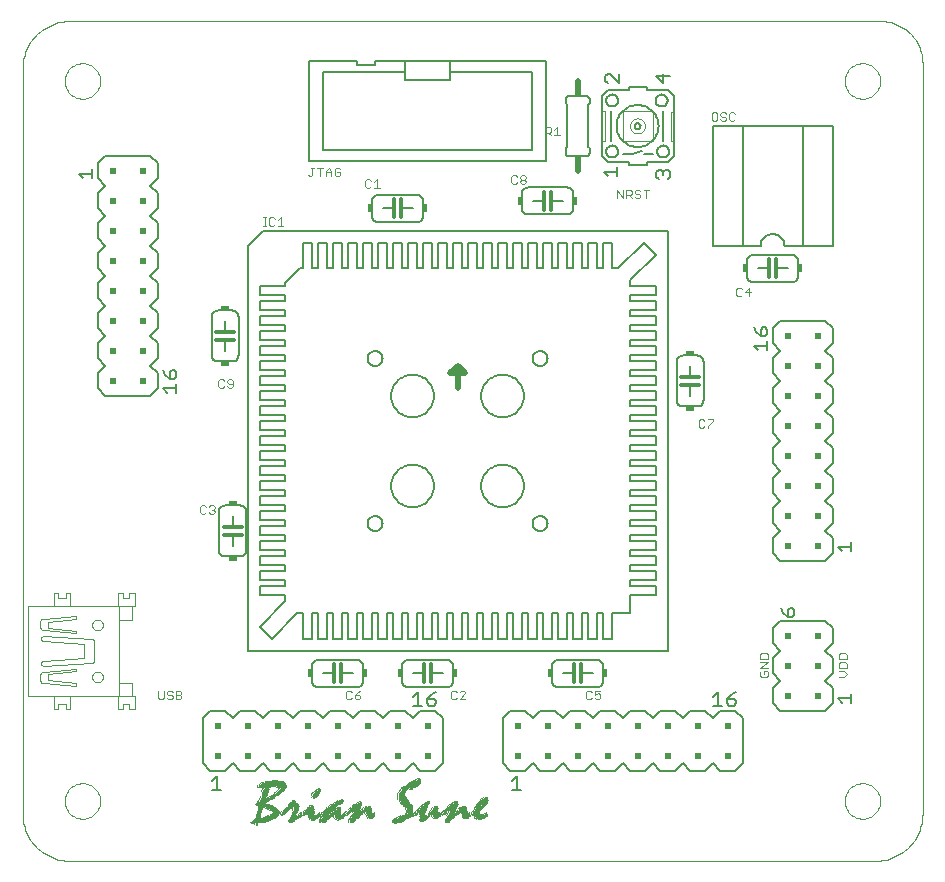
<source format=gto>
G75*
G70*
%OFA0B0*%
%FSLAX24Y24*%
%IPPOS*%
%LPD*%
%AMOC8*
5,1,8,0,0,1.08239X$1,22.5*
%
%ADD10C,0.0000*%
%ADD11C,0.0040*%
%ADD12R,0.0094X0.0031*%
%ADD13R,0.0031X0.0031*%
%ADD14R,0.0189X0.0031*%
%ADD15R,0.0126X0.0031*%
%ADD16R,0.0409X0.0031*%
%ADD17R,0.0283X0.0031*%
%ADD18R,0.0441X0.0031*%
%ADD19R,0.0157X0.0031*%
%ADD20R,0.0315X0.0031*%
%ADD21R,0.0063X0.0031*%
%ADD22R,0.0504X0.0031*%
%ADD23R,0.0346X0.0031*%
%ADD24R,0.0535X0.0031*%
%ADD25R,0.0252X0.0031*%
%ADD26R,0.0378X0.0031*%
%ADD27R,0.0220X0.0031*%
%ADD28R,0.0913X0.0031*%
%ADD29R,0.0819X0.0031*%
%ADD30R,0.0787X0.0031*%
%ADD31R,0.0661X0.0031*%
%ADD32C,0.0080*%
%ADD33C,0.0060*%
%ADD34C,0.0020*%
%ADD35C,0.0050*%
%ADD36C,0.0200*%
%ADD37R,0.0200X0.0150*%
%ADD38C,0.0120*%
%ADD39R,0.0150X0.0300*%
%ADD40R,0.0300X0.0150*%
%ADD41R,0.0200X0.0200*%
D10*
X003261Y002680D02*
X030099Y002680D01*
X030177Y002682D01*
X030254Y002688D01*
X030331Y002697D01*
X030407Y002710D01*
X030483Y002727D01*
X030558Y002748D01*
X030632Y002772D01*
X030704Y002800D01*
X030775Y002832D01*
X030844Y002867D01*
X030912Y002905D01*
X030977Y002946D01*
X031041Y002991D01*
X031102Y003039D01*
X031161Y003090D01*
X031217Y003143D01*
X031270Y003199D01*
X031321Y003258D01*
X031369Y003319D01*
X031414Y003383D01*
X031455Y003448D01*
X031493Y003516D01*
X031528Y003585D01*
X031560Y003656D01*
X031588Y003728D01*
X031612Y003802D01*
X031633Y003877D01*
X031650Y003953D01*
X031663Y004029D01*
X031672Y004106D01*
X031678Y004183D01*
X031680Y004261D01*
X031680Y029266D01*
X031678Y029340D01*
X031672Y029414D01*
X031663Y029487D01*
X031649Y029560D01*
X031632Y029632D01*
X031611Y029703D01*
X031586Y029773D01*
X031558Y029841D01*
X031526Y029908D01*
X031491Y029973D01*
X031452Y030036D01*
X031410Y030097D01*
X031365Y030156D01*
X031317Y030212D01*
X031266Y030266D01*
X031212Y030317D01*
X031156Y030365D01*
X031097Y030410D01*
X031036Y030452D01*
X030973Y030491D01*
X030908Y030526D01*
X030841Y030558D01*
X030773Y030586D01*
X030703Y030611D01*
X030632Y030632D01*
X030560Y030649D01*
X030487Y030663D01*
X030414Y030672D01*
X030340Y030678D01*
X030266Y030680D01*
X003261Y030680D01*
X003183Y030678D01*
X003106Y030672D01*
X003029Y030663D01*
X002953Y030650D01*
X002877Y030633D01*
X002802Y030612D01*
X002728Y030588D01*
X002656Y030560D01*
X002585Y030528D01*
X002516Y030493D01*
X002448Y030455D01*
X002383Y030414D01*
X002319Y030369D01*
X002258Y030321D01*
X002199Y030270D01*
X002143Y030217D01*
X002090Y030161D01*
X002039Y030102D01*
X001991Y030041D01*
X001946Y029977D01*
X001905Y029912D01*
X001867Y029844D01*
X001832Y029775D01*
X001800Y029704D01*
X001772Y029632D01*
X001748Y029558D01*
X001727Y029483D01*
X001710Y029407D01*
X001697Y029331D01*
X001688Y029254D01*
X001682Y029177D01*
X001680Y029099D01*
X001680Y004261D01*
X001682Y004183D01*
X001688Y004106D01*
X001697Y004029D01*
X001710Y003953D01*
X001727Y003877D01*
X001748Y003802D01*
X001772Y003728D01*
X001800Y003656D01*
X001832Y003585D01*
X001867Y003516D01*
X001905Y003448D01*
X001946Y003383D01*
X001991Y003319D01*
X002039Y003258D01*
X002090Y003199D01*
X002143Y003143D01*
X002199Y003090D01*
X002258Y003039D01*
X002319Y002991D01*
X002383Y002946D01*
X002448Y002905D01*
X002516Y002867D01*
X002585Y002832D01*
X002656Y002800D01*
X002728Y002772D01*
X002802Y002748D01*
X002877Y002727D01*
X002953Y002710D01*
X003029Y002697D01*
X003106Y002688D01*
X003183Y002682D01*
X003261Y002680D01*
X003089Y004680D02*
X003091Y004728D01*
X003097Y004776D01*
X003107Y004823D01*
X003120Y004869D01*
X003138Y004914D01*
X003158Y004958D01*
X003183Y005000D01*
X003211Y005039D01*
X003241Y005076D01*
X003275Y005110D01*
X003312Y005142D01*
X003350Y005171D01*
X003391Y005196D01*
X003434Y005218D01*
X003479Y005236D01*
X003525Y005250D01*
X003572Y005261D01*
X003620Y005268D01*
X003668Y005271D01*
X003716Y005270D01*
X003764Y005265D01*
X003812Y005256D01*
X003858Y005244D01*
X003903Y005227D01*
X003947Y005207D01*
X003989Y005184D01*
X004029Y005157D01*
X004067Y005127D01*
X004102Y005094D01*
X004134Y005058D01*
X004164Y005020D01*
X004190Y004979D01*
X004212Y004936D01*
X004232Y004892D01*
X004247Y004847D01*
X004259Y004800D01*
X004267Y004752D01*
X004271Y004704D01*
X004271Y004656D01*
X004267Y004608D01*
X004259Y004560D01*
X004247Y004513D01*
X004232Y004468D01*
X004212Y004424D01*
X004190Y004381D01*
X004164Y004340D01*
X004134Y004302D01*
X004102Y004266D01*
X004067Y004233D01*
X004029Y004203D01*
X003989Y004176D01*
X003947Y004153D01*
X003903Y004133D01*
X003858Y004116D01*
X003812Y004104D01*
X003764Y004095D01*
X003716Y004090D01*
X003668Y004089D01*
X003620Y004092D01*
X003572Y004099D01*
X003525Y004110D01*
X003479Y004124D01*
X003434Y004142D01*
X003391Y004164D01*
X003350Y004189D01*
X003312Y004218D01*
X003275Y004250D01*
X003241Y004284D01*
X003211Y004321D01*
X003183Y004360D01*
X003158Y004402D01*
X003138Y004446D01*
X003120Y004491D01*
X003107Y004537D01*
X003097Y004584D01*
X003091Y004632D01*
X003089Y004680D01*
X004003Y008814D02*
X004005Y008840D01*
X004011Y008866D01*
X004021Y008891D01*
X004034Y008914D01*
X004050Y008934D01*
X004070Y008952D01*
X004092Y008967D01*
X004115Y008979D01*
X004141Y008987D01*
X004167Y008991D01*
X004193Y008991D01*
X004219Y008987D01*
X004245Y008979D01*
X004269Y008967D01*
X004290Y008952D01*
X004310Y008934D01*
X004326Y008914D01*
X004339Y008891D01*
X004349Y008866D01*
X004355Y008840D01*
X004357Y008814D01*
X004355Y008788D01*
X004349Y008762D01*
X004339Y008737D01*
X004326Y008714D01*
X004310Y008694D01*
X004290Y008676D01*
X004268Y008661D01*
X004245Y008649D01*
X004219Y008641D01*
X004193Y008637D01*
X004167Y008637D01*
X004141Y008641D01*
X004115Y008649D01*
X004091Y008661D01*
X004070Y008676D01*
X004050Y008694D01*
X004034Y008714D01*
X004021Y008737D01*
X004011Y008762D01*
X004005Y008788D01*
X004003Y008814D01*
X004003Y010546D02*
X004005Y010572D01*
X004011Y010598D01*
X004021Y010623D01*
X004034Y010646D01*
X004050Y010666D01*
X004070Y010684D01*
X004092Y010699D01*
X004115Y010711D01*
X004141Y010719D01*
X004167Y010723D01*
X004193Y010723D01*
X004219Y010719D01*
X004245Y010711D01*
X004269Y010699D01*
X004290Y010684D01*
X004310Y010666D01*
X004326Y010646D01*
X004339Y010623D01*
X004349Y010598D01*
X004355Y010572D01*
X004357Y010546D01*
X004355Y010520D01*
X004349Y010494D01*
X004339Y010469D01*
X004326Y010446D01*
X004310Y010426D01*
X004290Y010408D01*
X004268Y010393D01*
X004245Y010381D01*
X004219Y010373D01*
X004193Y010369D01*
X004167Y010369D01*
X004141Y010373D01*
X004115Y010381D01*
X004091Y010393D01*
X004070Y010408D01*
X004050Y010426D01*
X004034Y010446D01*
X004021Y010469D01*
X004011Y010494D01*
X004005Y010520D01*
X004003Y010546D01*
X003089Y028680D02*
X003091Y028728D01*
X003097Y028776D01*
X003107Y028823D01*
X003120Y028869D01*
X003138Y028914D01*
X003158Y028958D01*
X003183Y029000D01*
X003211Y029039D01*
X003241Y029076D01*
X003275Y029110D01*
X003312Y029142D01*
X003350Y029171D01*
X003391Y029196D01*
X003434Y029218D01*
X003479Y029236D01*
X003525Y029250D01*
X003572Y029261D01*
X003620Y029268D01*
X003668Y029271D01*
X003716Y029270D01*
X003764Y029265D01*
X003812Y029256D01*
X003858Y029244D01*
X003903Y029227D01*
X003947Y029207D01*
X003989Y029184D01*
X004029Y029157D01*
X004067Y029127D01*
X004102Y029094D01*
X004134Y029058D01*
X004164Y029020D01*
X004190Y028979D01*
X004212Y028936D01*
X004232Y028892D01*
X004247Y028847D01*
X004259Y028800D01*
X004267Y028752D01*
X004271Y028704D01*
X004271Y028656D01*
X004267Y028608D01*
X004259Y028560D01*
X004247Y028513D01*
X004232Y028468D01*
X004212Y028424D01*
X004190Y028381D01*
X004164Y028340D01*
X004134Y028302D01*
X004102Y028266D01*
X004067Y028233D01*
X004029Y028203D01*
X003989Y028176D01*
X003947Y028153D01*
X003903Y028133D01*
X003858Y028116D01*
X003812Y028104D01*
X003764Y028095D01*
X003716Y028090D01*
X003668Y028089D01*
X003620Y028092D01*
X003572Y028099D01*
X003525Y028110D01*
X003479Y028124D01*
X003434Y028142D01*
X003391Y028164D01*
X003350Y028189D01*
X003312Y028218D01*
X003275Y028250D01*
X003241Y028284D01*
X003211Y028321D01*
X003183Y028360D01*
X003158Y028402D01*
X003138Y028446D01*
X003120Y028491D01*
X003107Y028537D01*
X003097Y028584D01*
X003091Y028632D01*
X003089Y028680D01*
X029089Y028680D02*
X029091Y028728D01*
X029097Y028776D01*
X029107Y028823D01*
X029120Y028869D01*
X029138Y028914D01*
X029158Y028958D01*
X029183Y029000D01*
X029211Y029039D01*
X029241Y029076D01*
X029275Y029110D01*
X029312Y029142D01*
X029350Y029171D01*
X029391Y029196D01*
X029434Y029218D01*
X029479Y029236D01*
X029525Y029250D01*
X029572Y029261D01*
X029620Y029268D01*
X029668Y029271D01*
X029716Y029270D01*
X029764Y029265D01*
X029812Y029256D01*
X029858Y029244D01*
X029903Y029227D01*
X029947Y029207D01*
X029989Y029184D01*
X030029Y029157D01*
X030067Y029127D01*
X030102Y029094D01*
X030134Y029058D01*
X030164Y029020D01*
X030190Y028979D01*
X030212Y028936D01*
X030232Y028892D01*
X030247Y028847D01*
X030259Y028800D01*
X030267Y028752D01*
X030271Y028704D01*
X030271Y028656D01*
X030267Y028608D01*
X030259Y028560D01*
X030247Y028513D01*
X030232Y028468D01*
X030212Y028424D01*
X030190Y028381D01*
X030164Y028340D01*
X030134Y028302D01*
X030102Y028266D01*
X030067Y028233D01*
X030029Y028203D01*
X029989Y028176D01*
X029947Y028153D01*
X029903Y028133D01*
X029858Y028116D01*
X029812Y028104D01*
X029764Y028095D01*
X029716Y028090D01*
X029668Y028089D01*
X029620Y028092D01*
X029572Y028099D01*
X029525Y028110D01*
X029479Y028124D01*
X029434Y028142D01*
X029391Y028164D01*
X029350Y028189D01*
X029312Y028218D01*
X029275Y028250D01*
X029241Y028284D01*
X029211Y028321D01*
X029183Y028360D01*
X029158Y028402D01*
X029138Y028446D01*
X029120Y028491D01*
X029107Y028537D01*
X029097Y028584D01*
X029091Y028632D01*
X029089Y028680D01*
X029089Y004680D02*
X029091Y004728D01*
X029097Y004776D01*
X029107Y004823D01*
X029120Y004869D01*
X029138Y004914D01*
X029158Y004958D01*
X029183Y005000D01*
X029211Y005039D01*
X029241Y005076D01*
X029275Y005110D01*
X029312Y005142D01*
X029350Y005171D01*
X029391Y005196D01*
X029434Y005218D01*
X029479Y005236D01*
X029525Y005250D01*
X029572Y005261D01*
X029620Y005268D01*
X029668Y005271D01*
X029716Y005270D01*
X029764Y005265D01*
X029812Y005256D01*
X029858Y005244D01*
X029903Y005227D01*
X029947Y005207D01*
X029989Y005184D01*
X030029Y005157D01*
X030067Y005127D01*
X030102Y005094D01*
X030134Y005058D01*
X030164Y005020D01*
X030190Y004979D01*
X030212Y004936D01*
X030232Y004892D01*
X030247Y004847D01*
X030259Y004800D01*
X030267Y004752D01*
X030271Y004704D01*
X030271Y004656D01*
X030267Y004608D01*
X030259Y004560D01*
X030247Y004513D01*
X030232Y004468D01*
X030212Y004424D01*
X030190Y004381D01*
X030164Y004340D01*
X030134Y004302D01*
X030102Y004266D01*
X030067Y004233D01*
X030029Y004203D01*
X029989Y004176D01*
X029947Y004153D01*
X029903Y004133D01*
X029858Y004116D01*
X029812Y004104D01*
X029764Y004095D01*
X029716Y004090D01*
X029668Y004089D01*
X029620Y004092D01*
X029572Y004099D01*
X029525Y004110D01*
X029479Y004124D01*
X029434Y004142D01*
X029391Y004164D01*
X029350Y004189D01*
X029312Y004218D01*
X029275Y004250D01*
X029241Y004284D01*
X029211Y004321D01*
X029183Y004360D01*
X029158Y004402D01*
X029138Y004446D01*
X029120Y004491D01*
X029107Y004537D01*
X029097Y004584D01*
X029091Y004632D01*
X029089Y004680D01*
D11*
X029067Y008825D02*
X028880Y008825D01*
X029067Y008825D02*
X029160Y008918D01*
X029067Y009012D01*
X028880Y009012D01*
X028880Y009120D02*
X028880Y009260D01*
X028926Y009306D01*
X029113Y009306D01*
X029160Y009260D01*
X029160Y009120D01*
X028880Y009120D01*
X028880Y009414D02*
X028880Y009554D01*
X028926Y009601D01*
X029113Y009601D01*
X029160Y009554D01*
X029160Y009414D01*
X028880Y009414D01*
X026535Y009414D02*
X026535Y009554D01*
X026488Y009601D01*
X026301Y009601D01*
X026255Y009554D01*
X026255Y009414D01*
X026535Y009414D01*
X026535Y009306D02*
X026255Y009306D01*
X026255Y009120D02*
X026535Y009306D01*
X026535Y009120D02*
X026255Y009120D01*
X026301Y009012D02*
X026255Y008965D01*
X026255Y008872D01*
X026301Y008825D01*
X026488Y008825D01*
X026535Y008872D01*
X026535Y008965D01*
X026488Y009012D01*
X026395Y009012D01*
X026395Y008918D01*
X020942Y008360D02*
X020755Y008360D01*
X020755Y008220D01*
X020849Y008267D01*
X020895Y008267D01*
X020942Y008220D01*
X020942Y008127D01*
X020895Y008080D01*
X020802Y008080D01*
X020755Y008127D01*
X020648Y008127D02*
X020601Y008080D01*
X020507Y008080D01*
X020461Y008127D01*
X020461Y008314D01*
X020507Y008360D01*
X020601Y008360D01*
X020648Y008314D01*
X016442Y008314D02*
X016395Y008360D01*
X016302Y008360D01*
X016255Y008314D01*
X016148Y008314D02*
X016101Y008360D01*
X016007Y008360D01*
X015961Y008314D01*
X015961Y008127D01*
X016007Y008080D01*
X016101Y008080D01*
X016148Y008127D01*
X016255Y008080D02*
X016442Y008267D01*
X016442Y008314D01*
X016442Y008080D02*
X016255Y008080D01*
X012942Y008127D02*
X012942Y008173D01*
X012895Y008220D01*
X012755Y008220D01*
X012755Y008127D01*
X012802Y008080D01*
X012895Y008080D01*
X012942Y008127D01*
X012849Y008314D02*
X012755Y008220D01*
X012849Y008314D02*
X012942Y008360D01*
X012648Y008314D02*
X012601Y008360D01*
X012507Y008360D01*
X012461Y008314D01*
X012461Y008127D01*
X012507Y008080D01*
X012601Y008080D01*
X012648Y008127D01*
X006976Y008122D02*
X006929Y008075D01*
X006789Y008075D01*
X006789Y008355D01*
X006929Y008355D01*
X006976Y008309D01*
X006976Y008262D01*
X006929Y008215D01*
X006789Y008215D01*
X006681Y008168D02*
X006681Y008122D01*
X006635Y008075D01*
X006541Y008075D01*
X006495Y008122D01*
X006541Y008215D02*
X006635Y008215D01*
X006681Y008168D01*
X006681Y008309D02*
X006635Y008355D01*
X006541Y008355D01*
X006495Y008309D01*
X006495Y008262D01*
X006541Y008215D01*
X006387Y008122D02*
X006387Y008355D01*
X006200Y008355D02*
X006200Y008122D01*
X006247Y008075D01*
X006340Y008075D01*
X006387Y008122D01*
X006929Y008215D02*
X006976Y008168D01*
X006976Y008122D01*
X005425Y008164D02*
X005425Y007759D01*
X005222Y007759D01*
X005222Y007922D01*
X005018Y007922D01*
X005018Y007759D01*
X004854Y007759D01*
X004854Y008150D01*
X004893Y008165D02*
X004893Y011168D01*
X004854Y011210D02*
X004854Y011601D01*
X005018Y011601D01*
X005018Y011438D01*
X005222Y011438D01*
X005222Y011601D01*
X005426Y011601D01*
X005426Y011196D01*
X005424Y011195D02*
X001848Y011195D01*
X001848Y008165D01*
X005424Y008165D01*
X005344Y008175D02*
X005344Y008617D01*
X005344Y008368D01*
X005344Y008617D02*
X004893Y008617D01*
X004893Y008371D01*
X004607Y008165D02*
X003549Y008165D01*
X003271Y008168D02*
X003271Y007759D01*
X003116Y007759D01*
X003116Y007922D01*
X002871Y007922D01*
X002871Y007759D01*
X002728Y007759D01*
X002728Y008168D01*
X001850Y008168D01*
X002442Y008168D01*
X002381Y008597D02*
X003465Y008515D01*
X003465Y008597D01*
X002524Y008699D01*
X002524Y008903D01*
X003465Y009006D01*
X003465Y009087D01*
X002381Y008985D01*
X002362Y008981D01*
X002343Y008975D01*
X002326Y008965D01*
X002310Y008953D01*
X002297Y008938D01*
X002286Y008921D01*
X002279Y008903D01*
X002279Y008679D02*
X002286Y008661D01*
X002297Y008644D01*
X002310Y008629D01*
X002326Y008617D01*
X002343Y008607D01*
X002362Y008601D01*
X002381Y008597D01*
X002280Y008679D02*
X002271Y008716D01*
X002265Y008753D01*
X002263Y008791D01*
X002265Y008829D01*
X002271Y008866D01*
X002280Y008903D01*
X002381Y009190D02*
X003976Y009271D01*
X003994Y009274D01*
X004011Y009281D01*
X004026Y009290D01*
X004039Y009303D01*
X004048Y009318D01*
X004055Y009335D01*
X004058Y009353D01*
X004057Y009353D02*
X004057Y010007D01*
X004058Y010007D02*
X004055Y010025D01*
X004048Y010042D01*
X004039Y010057D01*
X004026Y010070D01*
X004011Y010079D01*
X003994Y010086D01*
X003976Y010089D01*
X002381Y010171D01*
X002365Y010169D01*
X002350Y010165D01*
X002335Y010157D01*
X002323Y010147D01*
X002313Y010135D01*
X002305Y010120D01*
X002301Y010105D01*
X002299Y010089D01*
X002300Y010089D02*
X002300Y010089D01*
X002299Y010089D02*
X002301Y010073D01*
X002305Y010058D01*
X002313Y010043D01*
X002323Y010031D01*
X002335Y010021D01*
X002350Y010013D01*
X002365Y010009D01*
X002381Y010007D01*
X003730Y009925D01*
X003730Y009435D01*
X002381Y009353D01*
X002365Y009351D01*
X002350Y009347D01*
X002335Y009339D01*
X002323Y009329D01*
X002313Y009317D01*
X002305Y009302D01*
X002301Y009287D01*
X002299Y009271D01*
X002301Y009255D01*
X002305Y009240D01*
X002313Y009225D01*
X002323Y009213D01*
X002335Y009203D01*
X002350Y009195D01*
X002365Y009191D01*
X002381Y009189D01*
X001850Y008168D02*
X001850Y011192D01*
X002442Y011192D01*
X002728Y011192D02*
X002728Y011601D01*
X002871Y011601D01*
X002871Y011438D01*
X003116Y011438D01*
X003116Y011601D01*
X003271Y011601D01*
X003271Y011192D01*
X003569Y011195D02*
X004567Y011195D01*
X004893Y010989D02*
X004893Y010703D01*
X005338Y010703D01*
X005338Y010989D01*
X005338Y011175D02*
X005338Y010703D01*
X003465Y010763D02*
X003465Y010845D01*
X002381Y010763D01*
X002381Y010764D02*
X002362Y010760D01*
X002343Y010754D01*
X002326Y010744D01*
X002310Y010732D01*
X002297Y010717D01*
X002286Y010700D01*
X002279Y010682D01*
X002279Y010457D02*
X002286Y010439D01*
X002297Y010422D01*
X002310Y010407D01*
X002326Y010395D01*
X002343Y010385D01*
X002362Y010379D01*
X002381Y010375D01*
X003465Y010273D01*
X003465Y010354D01*
X002524Y010457D01*
X002524Y010661D01*
X003465Y010763D01*
X002728Y011192D02*
X001850Y011192D01*
X002280Y010681D02*
X002271Y010644D01*
X002265Y010607D01*
X002263Y010569D01*
X002265Y010531D01*
X002271Y010494D01*
X002280Y010457D01*
X001850Y008168D02*
X001850Y008168D01*
X007647Y014250D02*
X007740Y014250D01*
X007787Y014297D01*
X007895Y014297D02*
X007941Y014250D01*
X008035Y014250D01*
X008081Y014297D01*
X008081Y014343D01*
X008035Y014390D01*
X007988Y014390D01*
X008035Y014390D02*
X008081Y014437D01*
X008081Y014484D01*
X008035Y014530D01*
X007941Y014530D01*
X007895Y014484D01*
X007787Y014484D02*
X007740Y014530D01*
X007647Y014530D01*
X007600Y014484D01*
X007600Y014297D01*
X007647Y014250D01*
X008257Y018455D02*
X008351Y018455D01*
X008398Y018502D01*
X008505Y018502D02*
X008552Y018455D01*
X008645Y018455D01*
X008692Y018502D01*
X008692Y018689D01*
X008645Y018735D01*
X008552Y018735D01*
X008505Y018689D01*
X008505Y018642D01*
X008552Y018595D01*
X008692Y018595D01*
X008398Y018689D02*
X008351Y018735D01*
X008257Y018735D01*
X008211Y018689D01*
X008211Y018502D01*
X008257Y018455D01*
X009700Y023850D02*
X009793Y023850D01*
X009747Y023850D02*
X009747Y024130D01*
X009793Y024130D02*
X009700Y024130D01*
X009896Y024084D02*
X009896Y023897D01*
X009943Y023850D01*
X010037Y023850D01*
X010083Y023897D01*
X010191Y023850D02*
X010378Y023850D01*
X010284Y023850D02*
X010284Y024130D01*
X010191Y024037D01*
X010083Y024084D02*
X010037Y024130D01*
X009943Y024130D01*
X009896Y024084D01*
X011247Y025500D02*
X011293Y025500D01*
X011340Y025547D01*
X011340Y025780D01*
X011293Y025780D02*
X011387Y025780D01*
X011495Y025780D02*
X011681Y025780D01*
X011588Y025780D02*
X011588Y025500D01*
X011789Y025500D02*
X011789Y025687D01*
X011883Y025780D01*
X011976Y025687D01*
X011976Y025500D01*
X012084Y025547D02*
X012131Y025500D01*
X012224Y025500D01*
X012271Y025547D01*
X012271Y025640D01*
X012177Y025640D01*
X012084Y025547D02*
X012084Y025734D01*
X012131Y025780D01*
X012224Y025780D01*
X012271Y025734D01*
X011976Y025640D02*
X011789Y025640D01*
X011247Y025500D02*
X011200Y025547D01*
X013100Y025359D02*
X013100Y025172D01*
X013147Y025125D01*
X013240Y025125D01*
X013287Y025172D01*
X013395Y025125D02*
X013581Y025125D01*
X013488Y025125D02*
X013488Y025405D01*
X013395Y025312D01*
X013287Y025359D02*
X013240Y025405D01*
X013147Y025405D01*
X013100Y025359D01*
X017975Y025297D02*
X018022Y025250D01*
X018115Y025250D01*
X018162Y025297D01*
X018270Y025297D02*
X018270Y025343D01*
X018316Y025390D01*
X018410Y025390D01*
X018456Y025343D01*
X018456Y025297D01*
X018410Y025250D01*
X018316Y025250D01*
X018270Y025297D01*
X018316Y025390D02*
X018270Y025437D01*
X018270Y025484D01*
X018316Y025530D01*
X018410Y025530D01*
X018456Y025484D01*
X018456Y025437D01*
X018410Y025390D01*
X018162Y025484D02*
X018115Y025530D01*
X018022Y025530D01*
X017975Y025484D01*
X017975Y025297D01*
X019111Y026870D02*
X019111Y027150D01*
X019251Y027150D01*
X019298Y027104D01*
X019298Y027010D01*
X019251Y026963D01*
X019111Y026963D01*
X019204Y026963D02*
X019298Y026870D01*
X019405Y026870D02*
X019592Y026870D01*
X019499Y026870D02*
X019499Y027150D01*
X019405Y027057D01*
X021500Y025055D02*
X021687Y024775D01*
X021687Y025055D01*
X021795Y025055D02*
X021935Y025055D01*
X021981Y025009D01*
X021981Y024915D01*
X021935Y024868D01*
X021795Y024868D01*
X021795Y024775D02*
X021795Y025055D01*
X021888Y024868D02*
X021981Y024775D01*
X022089Y024822D02*
X022136Y024775D01*
X022229Y024775D01*
X022276Y024822D01*
X022276Y024868D01*
X022229Y024915D01*
X022136Y024915D01*
X022089Y024962D01*
X022089Y025009D01*
X022136Y025055D01*
X022229Y025055D01*
X022276Y025009D01*
X022384Y025055D02*
X022571Y025055D01*
X022477Y025055D02*
X022477Y024775D01*
X021500Y024775D02*
X021500Y025055D01*
X024650Y027397D02*
X024697Y027350D01*
X024790Y027350D01*
X024837Y027397D01*
X024837Y027584D01*
X024790Y027630D01*
X024697Y027630D01*
X024650Y027584D01*
X024650Y027397D01*
X024945Y027397D02*
X024991Y027350D01*
X025085Y027350D01*
X025131Y027397D01*
X025131Y027443D01*
X025085Y027490D01*
X024991Y027490D01*
X024945Y027537D01*
X024945Y027584D01*
X024991Y027630D01*
X025085Y027630D01*
X025131Y027584D01*
X025239Y027584D02*
X025239Y027397D01*
X025286Y027350D01*
X025379Y027350D01*
X025426Y027397D01*
X025426Y027584D02*
X025379Y027630D01*
X025286Y027630D01*
X025239Y027584D01*
X025522Y021780D02*
X025475Y021734D01*
X025475Y021547D01*
X025522Y021500D01*
X025615Y021500D01*
X025662Y021547D01*
X025770Y021640D02*
X025956Y021640D01*
X025910Y021500D02*
X025910Y021780D01*
X025770Y021640D01*
X025662Y021734D02*
X025615Y021780D01*
X025522Y021780D01*
X024706Y017405D02*
X024520Y017405D01*
X024412Y017359D02*
X024365Y017405D01*
X024272Y017405D01*
X024225Y017359D01*
X024225Y017172D01*
X024272Y017125D01*
X024365Y017125D01*
X024412Y017172D01*
X024520Y017172D02*
X024520Y017125D01*
X024520Y017172D02*
X024706Y017359D01*
X024706Y017405D01*
D12*
X014900Y005381D03*
X014617Y005066D03*
X014837Y004247D03*
X015215Y004184D03*
X015719Y004247D03*
X015751Y004278D03*
X015845Y003963D03*
X016885Y004058D03*
X017137Y004215D03*
X017042Y004499D03*
X017074Y004530D03*
X017105Y004562D03*
X014365Y004184D03*
X013263Y004089D03*
X012948Y004625D03*
X012507Y004247D03*
X012633Y003963D03*
X012223Y004058D03*
X011688Y003963D03*
X011341Y004467D03*
X011404Y004782D03*
X011562Y005003D03*
X010743Y004656D03*
X010365Y004247D03*
X010365Y004215D03*
X009483Y003900D03*
X009483Y003869D03*
X009483Y003837D03*
X009609Y005129D03*
D13*
X009609Y005097D03*
X009578Y005097D03*
X009546Y005097D03*
X009546Y005129D03*
X009546Y005160D03*
X009546Y005192D03*
X009609Y005223D03*
X009641Y005255D03*
X009672Y005286D03*
X009704Y005286D03*
X009735Y005286D03*
X009798Y005318D03*
X009830Y005318D03*
X009798Y005160D03*
X009798Y005129D03*
X009767Y005160D03*
X009735Y005129D03*
X009704Y005129D03*
X009672Y005129D03*
X009641Y005097D03*
X009704Y005066D03*
X009735Y005066D03*
X009767Y005097D03*
X009704Y005034D03*
X009672Y005003D03*
X009672Y004971D03*
X009641Y004814D03*
X009641Y004782D03*
X009609Y004751D03*
X009609Y004719D03*
X009578Y004688D03*
X009578Y004656D03*
X009546Y004656D03*
X009515Y004625D03*
X009515Y004593D03*
X009483Y004593D03*
X009452Y004562D03*
X009483Y004530D03*
X009483Y004499D03*
X009515Y004499D03*
X009515Y004310D03*
X009515Y004278D03*
X009483Y004215D03*
X009483Y004184D03*
X009483Y004152D03*
X009483Y004121D03*
X009452Y004089D03*
X009420Y004058D03*
X009389Y004026D03*
X009357Y003995D03*
X009326Y003963D03*
X009326Y003932D03*
X009326Y003900D03*
X009357Y003900D03*
X009389Y003900D03*
X009420Y003900D03*
X009420Y003869D03*
X009546Y003900D03*
X009546Y003932D03*
X009578Y003932D03*
X009609Y003932D03*
X009609Y004089D03*
X009641Y004089D03*
X009672Y004089D03*
X009704Y004089D03*
X009735Y004121D03*
X009767Y004121D03*
X009798Y004152D03*
X009830Y004152D03*
X009861Y004184D03*
X009893Y004184D03*
X009956Y004215D03*
X009987Y004215D03*
X010019Y004215D03*
X010019Y004247D03*
X010019Y004310D03*
X009956Y004341D03*
X009924Y004341D03*
X009893Y004373D03*
X009861Y004373D03*
X009830Y004404D03*
X009798Y004404D03*
X009767Y004436D03*
X009735Y004436D03*
X009704Y004436D03*
X009704Y004404D03*
X009704Y004373D03*
X009672Y004341D03*
X009672Y004310D03*
X009641Y004184D03*
X009641Y004152D03*
X009641Y004121D03*
X009767Y003963D03*
X009798Y003963D03*
X009830Y003995D03*
X009861Y003995D03*
X009893Y003995D03*
X009924Y004026D03*
X009956Y004026D03*
X009987Y004058D03*
X010019Y004058D03*
X010113Y004089D03*
X010145Y004089D03*
X010176Y004152D03*
X010208Y004152D03*
X010208Y004184D03*
X010239Y004184D03*
X010271Y004247D03*
X010302Y004247D03*
X010302Y004278D03*
X010271Y004278D03*
X010271Y004310D03*
X010239Y004341D03*
X010208Y004373D03*
X010176Y004404D03*
X010145Y004436D03*
X010050Y004467D03*
X010019Y004499D03*
X009987Y004499D03*
X009956Y004499D03*
X009924Y004530D03*
X009893Y004562D03*
X009861Y004562D03*
X009830Y004562D03*
X009798Y004593D03*
X009798Y004625D03*
X009830Y004625D03*
X009861Y004656D03*
X009893Y004656D03*
X009924Y004688D03*
X009893Y004782D03*
X009861Y004782D03*
X009830Y004751D03*
X009830Y004814D03*
X009861Y004845D03*
X009861Y004877D03*
X009861Y004908D03*
X009861Y004940D03*
X009893Y004940D03*
X009893Y004971D03*
X009924Y005097D03*
X009956Y005129D03*
X009956Y005160D03*
X009987Y005160D03*
X010082Y005160D03*
X010113Y005160D03*
X010145Y005160D03*
X010176Y005129D03*
X010208Y005129D03*
X010239Y005097D03*
X010239Y005066D03*
X010271Y005066D03*
X010239Y005034D03*
X010208Y005003D03*
X010176Y004971D03*
X010145Y004940D03*
X010113Y004940D03*
X010113Y004908D03*
X010082Y004908D03*
X010050Y004877D03*
X010019Y004845D03*
X009987Y004845D03*
X009924Y004814D03*
X010019Y004719D03*
X010050Y004751D03*
X010082Y004751D03*
X010082Y004782D03*
X010113Y004782D03*
X010145Y004814D03*
X010208Y004845D03*
X010239Y004845D03*
X010239Y004877D03*
X010271Y004877D03*
X010302Y004908D03*
X010334Y004940D03*
X010397Y004971D03*
X010428Y005003D03*
X010428Y005034D03*
X010460Y005066D03*
X010460Y005097D03*
X010491Y005129D03*
X010491Y005160D03*
X010491Y005192D03*
X010460Y005223D03*
X010460Y005255D03*
X010428Y005286D03*
X010397Y005318D03*
X010365Y005318D03*
X010208Y005349D03*
X010711Y004688D03*
X010743Y004688D03*
X010774Y004688D03*
X010806Y004656D03*
X010806Y004625D03*
X010837Y004593D03*
X010869Y004593D03*
X010900Y004562D03*
X010900Y004530D03*
X010900Y004499D03*
X010900Y004436D03*
X010900Y004404D03*
X010900Y004373D03*
X010900Y004341D03*
X010869Y004310D03*
X010869Y004278D03*
X010837Y004278D03*
X010837Y004247D03*
X010806Y004215D03*
X010806Y004184D03*
X010837Y004184D03*
X010900Y004215D03*
X010932Y004247D03*
X010963Y004247D03*
X010963Y004278D03*
X010995Y004278D03*
X010995Y004247D03*
X010995Y004215D03*
X011026Y004184D03*
X011058Y004184D03*
X011089Y004184D03*
X011121Y004215D03*
X011152Y004215D03*
X011184Y004215D03*
X011215Y004184D03*
X011215Y004152D03*
X011215Y004121D03*
X011247Y004058D03*
X011278Y004058D03*
X011436Y004058D03*
X011467Y004058D03*
X011530Y004089D03*
X011562Y004121D03*
X011593Y004152D03*
X011625Y004152D03*
X011625Y004121D03*
X011656Y004121D03*
X011656Y004152D03*
X011625Y004184D03*
X011656Y004247D03*
X011656Y004278D03*
X011593Y004278D03*
X011593Y004247D03*
X011562Y004247D03*
X011530Y004215D03*
X011625Y004089D03*
X011593Y004058D03*
X011593Y004026D03*
X011593Y003995D03*
X011593Y003963D03*
X011625Y003963D03*
X011751Y003963D03*
X011782Y003963D03*
X011814Y003995D03*
X011814Y004026D03*
X011845Y004026D03*
X011877Y004058D03*
X011908Y004058D03*
X011940Y004089D03*
X011971Y004121D03*
X012003Y004152D03*
X012034Y004152D03*
X012066Y004152D03*
X012066Y004121D03*
X012097Y004089D03*
X012129Y004058D03*
X012160Y004058D03*
X012286Y004058D03*
X012349Y004089D03*
X012381Y004089D03*
X012381Y004121D03*
X012412Y004121D03*
X012444Y004184D03*
X012475Y004184D03*
X012475Y004215D03*
X012507Y004184D03*
X012538Y004184D03*
X012570Y004215D03*
X012570Y004247D03*
X012601Y004247D03*
X012633Y004278D03*
X012664Y004310D03*
X012696Y004310D03*
X012696Y004341D03*
X012727Y004341D03*
X012696Y004278D03*
X012664Y004184D03*
X012633Y004152D03*
X012633Y004121D03*
X012633Y004089D03*
X012601Y004089D03*
X012601Y004058D03*
X012570Y004058D03*
X012570Y004026D03*
X012570Y003995D03*
X012570Y003963D03*
X012696Y003963D03*
X012727Y003963D03*
X012759Y003995D03*
X012790Y004026D03*
X012853Y004089D03*
X012885Y004089D03*
X012885Y004121D03*
X012916Y004121D03*
X012916Y004152D03*
X012948Y004184D03*
X013011Y004215D03*
X013042Y004215D03*
X013042Y004247D03*
X013074Y004278D03*
X013105Y004278D03*
X013105Y004247D03*
X013137Y004215D03*
X013168Y004184D03*
X013168Y004152D03*
X013200Y004089D03*
X013326Y004089D03*
X013357Y004089D03*
X013389Y004121D03*
X013420Y004152D03*
X013420Y004247D03*
X013389Y004247D03*
X013357Y004247D03*
X013326Y004278D03*
X013326Y004310D03*
X013420Y004278D03*
X013294Y004467D03*
X013263Y004467D03*
X013168Y004467D03*
X013137Y004467D03*
X013074Y004436D03*
X013042Y004404D03*
X013042Y004373D03*
X013011Y004373D03*
X012979Y004341D03*
X012916Y004310D03*
X012885Y004247D03*
X012853Y004247D03*
X012948Y004404D03*
X012948Y004436D03*
X012979Y004467D03*
X013011Y004499D03*
X013011Y004530D03*
X013011Y004562D03*
X013011Y004593D03*
X013011Y004625D03*
X012979Y004656D03*
X012948Y004656D03*
X012916Y004656D03*
X012885Y004625D03*
X012853Y004625D03*
X012822Y004593D03*
X012790Y004562D03*
X012759Y004562D03*
X012759Y004530D03*
X012727Y004530D03*
X012727Y004499D03*
X012696Y004499D03*
X012696Y004467D03*
X012633Y004436D03*
X012601Y004404D03*
X012570Y004373D03*
X012507Y004310D03*
X012475Y004310D03*
X012475Y004278D03*
X012444Y004247D03*
X012412Y004247D03*
X012381Y004247D03*
X012349Y004215D03*
X012286Y004215D03*
X012286Y004247D03*
X012286Y004278D03*
X012286Y004310D03*
X012286Y004436D03*
X012192Y004436D03*
X012160Y004467D03*
X012129Y004436D03*
X012097Y004436D03*
X012066Y004404D03*
X012066Y004373D03*
X012097Y004373D03*
X012097Y004341D03*
X012066Y004341D03*
X012034Y004341D03*
X012034Y004310D03*
X012003Y004310D03*
X011971Y004310D03*
X011971Y004278D03*
X011940Y004278D03*
X011940Y004247D03*
X011908Y004247D03*
X011908Y004215D03*
X011877Y004215D03*
X011782Y004341D03*
X011751Y004341D03*
X011782Y004373D03*
X011814Y004404D03*
X011814Y004436D03*
X011845Y004436D03*
X011908Y004467D03*
X011940Y004499D03*
X011971Y004530D03*
X012003Y004530D03*
X012003Y004562D03*
X012034Y004562D03*
X012066Y004593D03*
X012097Y004625D03*
X012129Y004625D03*
X012160Y004656D03*
X012192Y004688D03*
X012318Y004719D03*
X012349Y004719D03*
X012381Y004688D03*
X012381Y004656D03*
X012349Y004625D03*
X012349Y004593D03*
X012318Y004593D03*
X012286Y004562D03*
X012255Y004562D03*
X012255Y004530D03*
X012223Y004530D03*
X012192Y004499D03*
X012160Y004404D03*
X012129Y004373D03*
X012066Y004184D03*
X012034Y004184D03*
X011404Y004436D03*
X011404Y004467D03*
X011373Y004499D03*
X011341Y004499D03*
X011310Y004499D03*
X011278Y004499D03*
X011278Y004467D03*
X011247Y004467D03*
X011215Y004436D03*
X011184Y004436D03*
X011184Y004404D03*
X011152Y004373D03*
X011121Y004341D03*
X011089Y004341D03*
X011058Y004310D03*
X010995Y004152D03*
X010963Y004152D03*
X010963Y004121D03*
X010932Y004121D03*
X010900Y004089D03*
X010837Y004058D03*
X010806Y004058D03*
X010774Y004026D03*
X010774Y003995D03*
X010743Y003995D03*
X010711Y003995D03*
X010711Y003963D03*
X010680Y003963D03*
X010649Y003963D03*
X010617Y003963D03*
X010586Y003963D03*
X010554Y003995D03*
X010554Y004026D03*
X010586Y004058D03*
X010617Y004089D03*
X010617Y004121D03*
X010649Y004121D03*
X010649Y004152D03*
X010649Y004184D03*
X010680Y004247D03*
X010680Y004278D03*
X010711Y004341D03*
X010711Y004373D03*
X010711Y004404D03*
X010711Y004436D03*
X010680Y004436D03*
X010649Y004436D03*
X010649Y004404D03*
X010617Y004404D03*
X010586Y004373D03*
X010554Y004341D03*
X010523Y004310D03*
X010491Y004278D03*
X010460Y004278D03*
X010460Y004247D03*
X010428Y004247D03*
X010428Y004215D03*
X010365Y004184D03*
X010334Y004184D03*
X010334Y004310D03*
X010397Y004341D03*
X010428Y004373D03*
X010460Y004404D03*
X010491Y004436D03*
X010554Y004499D03*
X010554Y004530D03*
X010554Y004562D03*
X010586Y004593D03*
X010617Y004593D03*
X010617Y004625D03*
X010649Y004625D03*
X010680Y004656D03*
X011341Y004782D03*
X011341Y004845D03*
X011341Y004877D03*
X011341Y004908D03*
X011373Y004908D03*
X011373Y004940D03*
X011404Y004940D03*
X011436Y004971D03*
X011467Y004971D03*
X011467Y005003D03*
X011499Y005003D03*
X011499Y005034D03*
X011530Y005034D03*
X011625Y005034D03*
X011625Y005003D03*
X011625Y004971D03*
X011593Y004940D03*
X011593Y004908D03*
X011562Y004877D03*
X011562Y004845D03*
X011530Y004814D03*
X011499Y004814D03*
X011499Y004782D03*
X011467Y004782D03*
X011436Y004751D03*
X011404Y004751D03*
X009294Y003963D03*
X009294Y003932D03*
X014019Y003963D03*
X014019Y003995D03*
X014019Y004026D03*
X014050Y004026D03*
X014050Y004058D03*
X014113Y004089D03*
X014145Y004089D03*
X014176Y004089D03*
X014176Y004121D03*
X014208Y004121D03*
X014239Y004152D03*
X014271Y004152D03*
X014302Y004184D03*
X014428Y004184D03*
X014460Y004215D03*
X014460Y004247D03*
X014491Y004247D03*
X014491Y004278D03*
X014491Y004310D03*
X014491Y004341D03*
X014460Y004373D03*
X014460Y004404D03*
X014428Y004467D03*
X014397Y004467D03*
X014397Y004499D03*
X014365Y004530D03*
X014334Y004562D03*
X014302Y004593D03*
X014302Y004625D03*
X014271Y004656D03*
X014271Y004688D03*
X014208Y004719D03*
X014208Y004751D03*
X014208Y004782D03*
X014208Y004814D03*
X014208Y004845D03*
X014208Y004877D03*
X014208Y004908D03*
X014239Y004940D03*
X014271Y004971D03*
X014271Y005003D03*
X014302Y005003D03*
X014302Y005034D03*
X014334Y005097D03*
X014365Y005097D03*
X014365Y005129D03*
X014397Y005129D03*
X014397Y005160D03*
X014428Y005160D03*
X014523Y005223D03*
X014554Y005255D03*
X014586Y005286D03*
X014617Y005286D03*
X014649Y005318D03*
X014680Y005318D03*
X014743Y005349D03*
X014774Y005349D03*
X014806Y005349D03*
X014806Y005381D03*
X014837Y005381D03*
X014869Y005412D03*
X014900Y005412D03*
X014932Y005412D03*
X014963Y005381D03*
X014963Y005349D03*
X014963Y005318D03*
X014963Y005286D03*
X014900Y005192D03*
X014869Y005192D03*
X014869Y005160D03*
X014837Y005160D03*
X014806Y005129D03*
X014806Y005097D03*
X014774Y005097D03*
X014680Y005066D03*
X014680Y005034D03*
X014649Y005034D03*
X014586Y005097D03*
X014617Y005129D03*
X014649Y005129D03*
X014649Y005160D03*
X014554Y005066D03*
X014523Y005066D03*
X014523Y005034D03*
X014491Y005034D03*
X014491Y005003D03*
X014460Y005003D03*
X014460Y004971D03*
X014460Y004814D03*
X014491Y004782D03*
X014491Y004751D03*
X014523Y004719D03*
X014554Y004688D03*
X014586Y004625D03*
X014586Y004593D03*
X014649Y004562D03*
X014649Y004530D03*
X014680Y004499D03*
X014837Y004341D03*
X014869Y004341D03*
X014869Y004373D03*
X014900Y004373D03*
X014900Y004404D03*
X014932Y004404D03*
X014932Y004436D03*
X014963Y004467D03*
X014995Y004467D03*
X014995Y004499D03*
X015026Y004499D03*
X015026Y004530D03*
X015058Y004530D03*
X015058Y004562D03*
X015089Y004593D03*
X015121Y004625D03*
X015152Y004625D03*
X015184Y004656D03*
X015215Y004656D03*
X015247Y004656D03*
X015247Y004625D03*
X015247Y004593D03*
X015215Y004562D03*
X015215Y004530D03*
X015184Y004436D03*
X015152Y004404D03*
X015152Y004373D03*
X015152Y004341D03*
X015121Y004310D03*
X015121Y004278D03*
X015089Y004247D03*
X015089Y004215D03*
X015089Y004184D03*
X015121Y004184D03*
X015152Y004184D03*
X015215Y004247D03*
X015247Y004278D03*
X015278Y004310D03*
X015310Y004341D03*
X015341Y004373D03*
X015341Y004404D03*
X015373Y004436D03*
X015436Y004467D03*
X015467Y004467D03*
X015499Y004467D03*
X015530Y004467D03*
X015530Y004373D03*
X015530Y004341D03*
X015530Y004310D03*
X015530Y004278D03*
X015562Y004278D03*
X015593Y004278D03*
X015625Y004247D03*
X015656Y004247D03*
X015656Y004278D03*
X015688Y004278D03*
X015688Y004310D03*
X015719Y004341D03*
X015751Y004341D03*
X015782Y004373D03*
X015814Y004404D03*
X015877Y004467D03*
X015908Y004499D03*
X015940Y004530D03*
X015971Y004562D03*
X016003Y004593D03*
X016034Y004593D03*
X016034Y004625D03*
X016066Y004625D03*
X016097Y004656D03*
X016192Y004656D03*
X016192Y004499D03*
X016192Y004467D03*
X016160Y004436D03*
X016160Y004404D03*
X016129Y004404D03*
X016129Y004373D03*
X016129Y004341D03*
X016129Y004310D03*
X016097Y004310D03*
X016097Y004341D03*
X016097Y004278D03*
X016066Y004247D03*
X016129Y004184D03*
X016160Y004184D03*
X016097Y004152D03*
X016066Y004089D03*
X016003Y004058D03*
X015971Y004026D03*
X015940Y003995D03*
X015940Y003963D03*
X015908Y003963D03*
X015782Y003963D03*
X015782Y003995D03*
X015782Y004026D03*
X015782Y004058D03*
X015814Y004089D03*
X015845Y004184D03*
X015877Y004215D03*
X015877Y004247D03*
X015908Y004278D03*
X015908Y004310D03*
X015845Y004310D03*
X015814Y004278D03*
X015814Y004247D03*
X015782Y004247D03*
X015782Y004215D03*
X015751Y004215D03*
X015688Y004184D03*
X015656Y004215D03*
X015625Y004215D03*
X015625Y004184D03*
X015625Y004152D03*
X015593Y004152D03*
X015562Y004121D03*
X015530Y004089D03*
X015499Y004089D03*
X015467Y004089D03*
X015436Y004089D03*
X015404Y004089D03*
X015373Y004121D03*
X015341Y004152D03*
X015341Y004184D03*
X015278Y004184D03*
X015247Y004152D03*
X015215Y004121D03*
X015152Y004058D03*
X015121Y004026D03*
X015089Y004026D03*
X015058Y003995D03*
X014963Y003995D03*
X014932Y004026D03*
X014932Y004058D03*
X014932Y004215D03*
X014869Y004215D03*
X014837Y004215D03*
X014806Y004215D03*
X014806Y004184D03*
X014837Y004184D03*
X014743Y004215D03*
X014743Y004152D03*
X014711Y004152D03*
X014680Y004152D03*
X014617Y004121D03*
X014586Y004121D03*
X014554Y004121D03*
X014554Y004089D03*
X014523Y004089D03*
X014460Y004058D03*
X014428Y004026D03*
X014397Y003995D03*
X014365Y003995D03*
X014334Y003963D03*
X014239Y003932D03*
X014208Y003932D03*
X014176Y003900D03*
X014145Y003900D03*
X014113Y003900D03*
X014082Y003900D03*
X014050Y003932D03*
X014711Y004278D03*
X014774Y004278D03*
X014806Y004278D03*
X014806Y004310D03*
X016192Y004341D03*
X016223Y004404D03*
X016255Y004436D03*
X016286Y004436D03*
X016349Y004467D03*
X016381Y004467D03*
X016475Y004467D03*
X016507Y004436D03*
X016507Y004404D03*
X016507Y004373D03*
X016507Y004341D03*
X016538Y004310D03*
X016538Y004278D03*
X016538Y004247D03*
X016570Y004247D03*
X016601Y004247D03*
X016601Y004278D03*
X016664Y004278D03*
X016664Y004247D03*
X016664Y004215D03*
X016633Y004184D03*
X016633Y004152D03*
X016601Y004152D03*
X016570Y004121D03*
X016570Y004089D03*
X016538Y004089D03*
X016381Y004089D03*
X016381Y004121D03*
X016349Y004121D03*
X016349Y004152D03*
X016349Y004184D03*
X016318Y004247D03*
X016318Y004278D03*
X016286Y004278D03*
X016255Y004247D03*
X016223Y004247D03*
X016223Y004215D03*
X016696Y004184D03*
X016727Y004184D03*
X016759Y004152D03*
X016759Y004121D03*
X016759Y004089D03*
X016822Y004058D03*
X016948Y004058D03*
X016979Y004058D03*
X017011Y004058D03*
X017105Y004089D03*
X017137Y004121D03*
X017168Y004152D03*
X017200Y004152D03*
X017200Y004184D03*
X017200Y004215D03*
X017168Y004247D03*
X017137Y004247D03*
X017105Y004247D03*
X017074Y004215D03*
X017042Y004215D03*
X016948Y004215D03*
X016916Y004247D03*
X016916Y004278D03*
X016916Y004310D03*
X016979Y004341D03*
X016979Y004373D03*
X017011Y004373D03*
X017011Y004404D03*
X017042Y004404D03*
X017042Y004436D03*
X017074Y004436D03*
X017105Y004467D03*
X017105Y004499D03*
X017137Y004499D03*
X017137Y004530D03*
X017168Y004562D03*
X017200Y004593D03*
X017200Y004625D03*
X017200Y004751D03*
X017200Y004782D03*
X017168Y004782D03*
X017074Y004782D03*
X017042Y004751D03*
X017011Y004751D03*
X016979Y004719D03*
X016948Y004688D03*
X016916Y004656D03*
X016885Y004625D03*
X016853Y004593D03*
X016822Y004530D03*
X016822Y004499D03*
X016790Y004467D03*
X016759Y004436D03*
X016759Y004404D03*
X016759Y004373D03*
X016727Y004341D03*
X016696Y004310D03*
X016948Y004467D03*
X016979Y004499D03*
X016979Y004530D03*
X017011Y004530D03*
X017011Y004562D03*
X017042Y004562D03*
X016979Y004562D03*
X017168Y004278D03*
D14*
X016869Y004373D03*
X016806Y004310D03*
X016428Y004278D03*
X016428Y004247D03*
X016397Y004436D03*
X015893Y004058D03*
X015420Y004341D03*
X015452Y004404D03*
X015105Y004467D03*
X015042Y004404D03*
X015042Y004058D03*
X014601Y004278D03*
X014601Y004310D03*
X014601Y004341D03*
X014349Y004940D03*
X014412Y005066D03*
X014475Y005097D03*
X014507Y005129D03*
X014538Y005160D03*
X013215Y004278D03*
X013278Y004121D03*
X012837Y004341D03*
X012806Y004310D03*
X012743Y004089D03*
X012711Y004058D03*
X012680Y004026D03*
X012208Y004341D03*
X012113Y004530D03*
X012145Y004562D03*
X012239Y004625D03*
X012271Y004656D03*
X011767Y004215D03*
X011704Y004026D03*
X011704Y003995D03*
X011452Y004845D03*
X011452Y004877D03*
X011483Y004908D03*
X010727Y004593D03*
X010349Y005097D03*
X010318Y005003D03*
X010286Y004971D03*
X010034Y004814D03*
X009940Y004751D03*
X009751Y004845D03*
X009751Y004877D03*
X009751Y004908D03*
X009751Y004940D03*
X009782Y004971D03*
X009814Y005034D03*
X009656Y005160D03*
X009719Y004751D03*
X010097Y005349D03*
X010696Y004058D03*
X010664Y004026D03*
X009436Y003932D03*
X012900Y004562D03*
D15*
X012995Y004278D03*
X012963Y004247D03*
X012617Y004341D03*
X012586Y004310D03*
X012554Y004278D03*
X012239Y004404D03*
X011546Y004971D03*
X010727Y004625D03*
X010570Y004436D03*
X010538Y004404D03*
X010507Y004373D03*
X010475Y004341D03*
X010381Y004278D03*
X010727Y004215D03*
X010727Y004184D03*
X010759Y004247D03*
X010759Y004278D03*
X010633Y003995D03*
X011357Y004026D03*
X011357Y004058D03*
X009877Y005129D03*
X009877Y005160D03*
X009845Y005097D03*
X009593Y004341D03*
X009593Y004310D03*
X009593Y004278D03*
X009562Y004184D03*
X009562Y004152D03*
X009562Y004121D03*
X009530Y004089D03*
X014129Y003932D03*
X015011Y004026D03*
X015011Y004215D03*
X015011Y004247D03*
X015137Y004530D03*
X015137Y004562D03*
X015168Y004593D03*
X014727Y005129D03*
X014885Y005349D03*
X014381Y005003D03*
X015767Y004310D03*
X015830Y004341D03*
X016019Y004341D03*
X016145Y004247D03*
X016460Y004089D03*
X016869Y004467D03*
X016900Y004499D03*
X016900Y004530D03*
X016900Y004562D03*
X017026Y004467D03*
X017121Y004751D03*
X016145Y004625D03*
X015861Y003995D03*
D16*
X015404Y004215D03*
X014743Y005223D03*
X014649Y005192D03*
X009735Y004499D03*
X009704Y004530D03*
X009546Y003963D03*
D17*
X010050Y004184D03*
X010050Y004373D03*
X010806Y004152D03*
X011278Y004341D03*
X011373Y004089D03*
X011782Y004089D03*
X011814Y004121D03*
X011814Y004310D03*
X012129Y004278D03*
X012223Y004121D03*
X012790Y004436D03*
X013294Y004215D03*
X014176Y003963D03*
X014491Y004562D03*
X014428Y004656D03*
X014365Y004719D03*
X014963Y004310D03*
X014963Y004278D03*
X015058Y004121D03*
X015058Y004089D03*
X015971Y004404D03*
X016034Y004467D03*
X016349Y004373D03*
X016349Y004341D03*
X016475Y004215D03*
X017042Y004625D03*
X017074Y004656D03*
D18*
X016963Y004184D03*
X009593Y003995D03*
D19*
X009578Y004215D03*
X009578Y004247D03*
X009609Y004373D03*
X009609Y004404D03*
X009609Y004436D03*
X009735Y004782D03*
X009735Y004814D03*
X009987Y004782D03*
X010113Y004845D03*
X010145Y004877D03*
X010208Y004908D03*
X010239Y004940D03*
X010334Y005034D03*
X010365Y005066D03*
X009830Y005066D03*
X010428Y004310D03*
X010774Y004310D03*
X010806Y004341D03*
X010806Y004373D03*
X010806Y004404D03*
X010806Y004436D03*
X010932Y004184D03*
X011310Y004436D03*
X011404Y004814D03*
X011499Y004940D03*
X012286Y004688D03*
X012223Y004373D03*
X012664Y003995D03*
X012759Y004247D03*
X012790Y004278D03*
X012916Y004593D03*
X014365Y004971D03*
X014397Y005034D03*
X014680Y005097D03*
X014743Y005160D03*
X015121Y004499D03*
X015436Y004373D03*
X015467Y004436D03*
X015467Y004121D03*
X015877Y004026D03*
X015971Y004247D03*
X016003Y004278D03*
X016003Y004310D03*
X016192Y004278D03*
X016129Y004593D03*
X016475Y004121D03*
X014995Y004184D03*
D20*
X015074Y004152D03*
X014601Y004184D03*
X014381Y004121D03*
X014349Y004089D03*
X014192Y003995D03*
X013152Y004341D03*
X012837Y004215D03*
X012774Y004404D03*
X012113Y004247D03*
X011830Y004152D03*
X011389Y004121D03*
X010727Y004499D03*
X010727Y004530D03*
X010727Y004562D03*
X010318Y005160D03*
X009751Y004688D03*
X010003Y004404D03*
X010003Y004152D03*
X014790Y005286D03*
X015987Y004436D03*
X015956Y004373D03*
X016050Y004215D03*
X016932Y004089D03*
X017026Y004593D03*
D21*
X017121Y004782D03*
X016995Y004215D03*
X016428Y004467D03*
X016145Y004656D03*
X015924Y004341D03*
X015704Y004215D03*
X015200Y004625D03*
X014916Y004247D03*
X014759Y004247D03*
X015011Y003995D03*
X014601Y005034D03*
X013215Y004467D03*
X012900Y004278D03*
X012523Y004215D03*
X012428Y004278D03*
X012397Y004215D03*
X012208Y004026D03*
X012113Y004404D03*
X012239Y004436D03*
X011641Y004215D03*
X011578Y004215D03*
X011074Y004215D03*
X010948Y004215D03*
X010286Y004215D03*
X010034Y005160D03*
X011578Y005066D03*
X011578Y005034D03*
D22*
X010097Y005318D03*
X009782Y004467D03*
X009656Y004026D03*
D23*
X009956Y004436D03*
X009641Y004562D03*
X011247Y004310D03*
X011404Y004152D03*
X011845Y004184D03*
X012097Y004215D03*
X012255Y004184D03*
X012255Y004152D03*
X012759Y004373D03*
X014239Y004026D03*
X016948Y004121D03*
D24*
X009704Y004058D03*
D25*
X010097Y004341D03*
X009719Y004656D03*
X009656Y004625D03*
X009656Y004593D03*
X010349Y005129D03*
X011294Y004373D03*
X010790Y004121D03*
X010759Y004089D03*
X011735Y004058D03*
X011798Y004278D03*
X011924Y004373D03*
X012774Y004152D03*
X012806Y004184D03*
X012837Y004467D03*
X012869Y004499D03*
X013184Y004404D03*
X013184Y004373D03*
X013310Y004184D03*
X014349Y004751D03*
X014349Y004782D03*
X014412Y004688D03*
X014444Y004625D03*
X014444Y004593D03*
X014507Y004530D03*
X014538Y004499D03*
X014570Y004467D03*
X014570Y004436D03*
X014601Y004215D03*
X015011Y004341D03*
X015389Y004278D03*
X015483Y004184D03*
X015956Y004152D03*
X015956Y004121D03*
X015987Y004184D03*
X016050Y004499D03*
X016082Y004530D03*
X016365Y004404D03*
X016491Y004184D03*
X016806Y004215D03*
X016900Y004436D03*
X017089Y004688D03*
X014822Y005318D03*
D26*
X014759Y005255D03*
X015420Y004247D03*
X016334Y004310D03*
X016963Y004152D03*
X014475Y004152D03*
X014255Y004058D03*
X013121Y004310D03*
X011420Y004184D03*
X011231Y004247D03*
X011231Y004278D03*
X010727Y004467D03*
X009971Y004121D03*
X009908Y004089D03*
X009814Y004719D03*
D27*
X009798Y005003D03*
X010145Y004310D03*
X010145Y004278D03*
X010145Y004247D03*
X010145Y004215D03*
X011310Y004215D03*
X011310Y004404D03*
X011782Y004247D03*
X011908Y004341D03*
X011940Y004404D03*
X011971Y004436D03*
X012034Y004467D03*
X012066Y004499D03*
X012192Y004593D03*
X012160Y004310D03*
X012223Y004089D03*
X012759Y004121D03*
X012885Y004530D03*
X013200Y004436D03*
X013231Y004247D03*
X013294Y004152D03*
X014334Y004814D03*
X014334Y004845D03*
X014334Y004877D03*
X014334Y004908D03*
X014586Y004404D03*
X014586Y004373D03*
X014617Y004247D03*
X015026Y004373D03*
X015058Y004436D03*
X015404Y004310D03*
X015467Y004152D03*
X015940Y004089D03*
X016097Y004562D03*
X016475Y004152D03*
X016790Y004247D03*
X016790Y004278D03*
X016853Y004341D03*
X016885Y004404D03*
X017105Y004719D03*
D28*
X010019Y005192D03*
D29*
X010034Y005223D03*
D30*
X010050Y005255D03*
D31*
X010082Y005286D03*
D32*
X011243Y026026D02*
X011243Y029334D01*
X012842Y029334D01*
X012842Y029215D01*
X013424Y029215D01*
X013424Y029334D01*
X014439Y029334D01*
X015921Y029334D01*
X019117Y029334D01*
X019117Y026026D01*
X011243Y026026D01*
X011686Y026391D02*
X011686Y028969D01*
X014439Y028969D01*
X014439Y028723D02*
X015921Y028723D01*
X015921Y029334D01*
X015921Y028969D02*
X018674Y028969D01*
X018674Y026391D01*
X011686Y026391D01*
X014439Y028723D02*
X014439Y029334D01*
D33*
X018530Y025130D02*
X019830Y025130D01*
X019856Y025128D01*
X019882Y025123D01*
X019907Y025115D01*
X019930Y025103D01*
X019952Y025089D01*
X019971Y025071D01*
X019989Y025052D01*
X020003Y025030D01*
X020015Y025007D01*
X020023Y024982D01*
X020028Y024956D01*
X020030Y024930D01*
X020030Y024430D01*
X020028Y024404D01*
X020023Y024378D01*
X020015Y024353D01*
X020003Y024330D01*
X019989Y024308D01*
X019971Y024289D01*
X019952Y024271D01*
X019930Y024257D01*
X019907Y024245D01*
X019882Y024237D01*
X019856Y024232D01*
X019830Y024230D01*
X018530Y024230D01*
X018504Y024232D01*
X018478Y024237D01*
X018453Y024245D01*
X018430Y024257D01*
X018408Y024271D01*
X018389Y024289D01*
X018371Y024308D01*
X018357Y024330D01*
X018345Y024353D01*
X018337Y024378D01*
X018332Y024404D01*
X018330Y024430D01*
X018330Y024930D01*
X018332Y024956D01*
X018337Y024982D01*
X018345Y025007D01*
X018357Y025030D01*
X018371Y025052D01*
X018389Y025071D01*
X018408Y025089D01*
X018430Y025103D01*
X018453Y025115D01*
X018478Y025123D01*
X018504Y025128D01*
X018530Y025130D01*
X018680Y024680D02*
X019050Y024680D01*
X019300Y024680D02*
X019680Y024680D01*
X019530Y023280D02*
X019530Y022430D01*
X019330Y022430D01*
X019330Y023280D01*
X019030Y023280D01*
X019030Y022430D01*
X018830Y022430D01*
X018830Y023280D01*
X018530Y023280D01*
X018530Y022430D01*
X018330Y022430D01*
X018330Y023280D01*
X018030Y023280D01*
X018030Y022430D01*
X017830Y022430D01*
X017830Y023280D01*
X017530Y023280D01*
X017530Y022430D01*
X017330Y022430D01*
X017330Y023280D01*
X017030Y023280D01*
X017030Y022430D01*
X016830Y022430D01*
X016830Y023280D01*
X016530Y023280D01*
X016530Y022430D01*
X016330Y022430D01*
X016330Y023280D01*
X016030Y023280D01*
X016030Y022430D01*
X015830Y022430D01*
X015830Y023280D01*
X015530Y023280D01*
X015530Y022430D01*
X015330Y022430D01*
X015330Y023280D01*
X015030Y023280D01*
X015030Y022430D01*
X014830Y022430D01*
X014830Y023280D01*
X014530Y023280D01*
X014530Y022430D01*
X014330Y022430D01*
X014330Y023280D01*
X014030Y023280D01*
X014030Y022430D01*
X013830Y022430D01*
X013830Y023280D01*
X013530Y023280D01*
X013530Y022430D01*
X013330Y022430D01*
X013330Y023280D01*
X013030Y023280D01*
X013030Y022430D01*
X012830Y022430D01*
X012830Y023280D01*
X012530Y023280D01*
X012530Y022430D01*
X012330Y022430D01*
X012330Y023280D01*
X012030Y023280D01*
X012030Y022430D01*
X011830Y022430D01*
X011830Y023280D01*
X011530Y023280D01*
X011530Y022430D01*
X011330Y022430D01*
X011330Y023280D01*
X011030Y023280D01*
X011030Y022430D01*
X010930Y022430D01*
X010430Y021930D01*
X010430Y021830D01*
X009580Y021830D01*
X009580Y021530D01*
X010430Y021530D01*
X010430Y021330D01*
X009580Y021330D01*
X009580Y021030D01*
X010430Y021030D01*
X010430Y020830D01*
X009580Y020830D01*
X009580Y020530D01*
X010430Y020530D01*
X010430Y020330D01*
X009580Y020330D01*
X009580Y020030D01*
X010430Y020030D01*
X010430Y019830D01*
X009580Y019830D01*
X009580Y019530D01*
X010430Y019530D01*
X010430Y019330D01*
X009580Y019330D01*
X009580Y019030D01*
X010430Y019030D01*
X010430Y018830D01*
X009580Y018830D01*
X009580Y018530D01*
X010430Y018530D01*
X010430Y018330D01*
X009580Y018330D01*
X009580Y018030D01*
X010430Y018030D01*
X010430Y017830D01*
X009580Y017830D01*
X009580Y017530D01*
X010430Y017530D01*
X010430Y017330D01*
X009580Y017330D01*
X009580Y017030D01*
X010430Y017030D01*
X010430Y016830D01*
X009580Y016830D01*
X009580Y016530D01*
X010430Y016530D01*
X010430Y016330D01*
X009580Y016330D01*
X009580Y016030D01*
X010430Y016030D01*
X010430Y015830D01*
X009580Y015830D01*
X009580Y015530D01*
X010430Y015530D01*
X010430Y015330D01*
X009580Y015330D01*
X009580Y015030D01*
X010430Y015030D01*
X010430Y014830D01*
X009580Y014830D01*
X009580Y014530D01*
X010430Y014530D01*
X010430Y014330D01*
X009580Y014330D01*
X009580Y014030D01*
X010430Y014030D01*
X010430Y013830D01*
X009580Y013830D01*
X009580Y013530D01*
X010430Y013530D01*
X010430Y013330D01*
X009580Y013330D01*
X009580Y013030D01*
X010430Y013030D01*
X010430Y012830D01*
X009580Y012830D01*
X009580Y012530D01*
X010430Y012530D01*
X010430Y012330D01*
X009580Y012330D01*
X009580Y012030D01*
X010430Y012030D01*
X010430Y011830D01*
X009580Y011830D01*
X009580Y011530D01*
X010430Y011530D01*
X010430Y011330D01*
X009580Y010480D01*
X009980Y010080D01*
X010830Y010930D01*
X011030Y010930D01*
X011030Y010080D01*
X011330Y010080D01*
X011330Y010930D01*
X011530Y010930D01*
X011530Y010080D01*
X011830Y010080D01*
X011830Y010930D01*
X012030Y010930D01*
X012030Y010080D01*
X012330Y010080D01*
X012330Y010930D01*
X012530Y010930D01*
X012530Y010080D01*
X012830Y010080D01*
X012830Y010930D01*
X013030Y010930D01*
X013030Y010080D01*
X013330Y010080D01*
X013330Y010930D01*
X013530Y010930D01*
X013530Y010080D01*
X013830Y010080D01*
X013830Y010930D01*
X014030Y010930D01*
X014030Y010080D01*
X014330Y010080D01*
X014330Y010930D01*
X014530Y010930D01*
X014530Y010080D01*
X014830Y010080D01*
X014830Y010930D01*
X015030Y010930D01*
X015030Y010080D01*
X015330Y010080D01*
X015330Y010930D01*
X015530Y010930D01*
X015530Y010080D01*
X015830Y010080D01*
X015830Y010930D01*
X016030Y010930D01*
X016030Y010080D01*
X016330Y010080D01*
X016330Y010930D01*
X016530Y010930D01*
X016530Y010080D01*
X016830Y010080D01*
X016830Y010930D01*
X017030Y010930D01*
X017030Y010080D01*
X017330Y010080D01*
X017330Y010930D01*
X017530Y010930D01*
X017530Y010080D01*
X017830Y010080D01*
X017830Y010930D01*
X018030Y010930D01*
X018030Y010080D01*
X018330Y010080D01*
X018330Y010930D01*
X018530Y010930D01*
X018530Y010080D01*
X018830Y010080D01*
X018830Y010930D01*
X019030Y010930D01*
X019030Y010080D01*
X019330Y010080D01*
X019330Y010930D01*
X019530Y010930D01*
X019530Y010080D01*
X019830Y010080D01*
X019830Y010930D01*
X020030Y010930D01*
X020030Y010080D01*
X020330Y010080D01*
X020330Y010930D01*
X020530Y010930D01*
X020530Y010080D01*
X020830Y010080D01*
X020830Y010930D01*
X021030Y010930D01*
X021030Y010080D01*
X021330Y010080D01*
X021330Y010930D01*
X021930Y010930D01*
X021930Y011530D01*
X022780Y011530D01*
X022780Y011830D01*
X021930Y011830D01*
X021930Y012030D01*
X022780Y012030D01*
X022780Y012330D01*
X021930Y012330D01*
X021930Y012530D01*
X022780Y012530D01*
X022780Y012830D01*
X021930Y012830D01*
X021930Y013030D01*
X022780Y013030D01*
X022780Y013330D01*
X021930Y013330D01*
X021930Y013530D01*
X022780Y013530D01*
X022780Y013830D01*
X021930Y013830D01*
X021930Y014030D01*
X022780Y014030D01*
X022780Y014330D01*
X021930Y014330D01*
X021930Y014530D01*
X022780Y014530D01*
X022780Y014830D01*
X021930Y014830D01*
X021930Y015030D01*
X022780Y015030D01*
X022780Y015330D01*
X021930Y015330D01*
X021930Y015530D01*
X022780Y015530D01*
X022780Y015830D01*
X021930Y015830D01*
X021930Y016030D01*
X022780Y016030D01*
X022780Y016330D01*
X021930Y016330D01*
X021930Y016530D01*
X022780Y016530D01*
X022780Y016830D01*
X021930Y016830D01*
X021930Y017030D01*
X022780Y017030D01*
X022780Y017330D01*
X021930Y017330D01*
X021930Y017530D01*
X022780Y017530D01*
X022780Y017830D01*
X021930Y017830D01*
X021930Y018030D01*
X022780Y018030D01*
X022780Y018330D01*
X021930Y018330D01*
X021930Y018530D01*
X022780Y018530D01*
X022780Y018830D01*
X021930Y018830D01*
X021930Y019030D01*
X022780Y019030D01*
X022780Y019330D01*
X021930Y019330D01*
X021930Y019530D01*
X022780Y019530D01*
X022780Y019830D01*
X021930Y019830D01*
X021930Y020030D01*
X022780Y020030D01*
X022780Y020330D01*
X021930Y020330D01*
X021930Y020530D01*
X022780Y020530D01*
X022780Y020830D01*
X021930Y020830D01*
X021930Y021030D01*
X022780Y021030D01*
X022780Y021330D01*
X021930Y021330D01*
X021930Y021530D01*
X022780Y021530D01*
X022780Y021830D01*
X021930Y021830D01*
X021930Y022030D01*
X022780Y022880D01*
X022380Y023280D01*
X021530Y022430D01*
X021330Y022430D01*
X021330Y023280D01*
X021030Y023280D01*
X021030Y022430D01*
X020830Y022430D01*
X020830Y023280D01*
X020530Y023280D01*
X020530Y022430D01*
X020330Y022430D01*
X020330Y023280D01*
X020030Y023280D01*
X020030Y022430D01*
X019830Y022430D01*
X019830Y023280D01*
X019530Y023280D01*
X021180Y025980D02*
X021780Y025980D01*
X021880Y025980D01*
X021880Y025880D01*
X022480Y025880D01*
X022480Y025980D01*
X022580Y025980D01*
X023180Y025980D01*
X023380Y026180D01*
X023380Y026330D01*
X023380Y026680D01*
X023380Y027630D01*
X023380Y028030D01*
X023380Y028180D01*
X023180Y028380D01*
X022580Y028380D01*
X022480Y028380D01*
X022480Y028480D01*
X021880Y028480D01*
X021880Y028380D01*
X021780Y028380D01*
X021180Y028380D01*
X020980Y028180D01*
X020980Y028030D01*
X020980Y027680D01*
X020980Y026680D01*
X020980Y026330D01*
X020980Y026180D01*
X021180Y025980D01*
X021130Y026330D02*
X021132Y026358D01*
X021138Y026385D01*
X021147Y026411D01*
X021160Y026436D01*
X021177Y026459D01*
X021196Y026479D01*
X021218Y026496D01*
X021242Y026510D01*
X021268Y026520D01*
X021295Y026527D01*
X021323Y026530D01*
X021351Y026529D01*
X021378Y026524D01*
X021405Y026515D01*
X021430Y026503D01*
X021453Y026488D01*
X021474Y026469D01*
X021492Y026448D01*
X021507Y026424D01*
X021518Y026398D01*
X021526Y026372D01*
X021530Y026344D01*
X021530Y026316D01*
X021526Y026288D01*
X021518Y026262D01*
X021507Y026236D01*
X021492Y026212D01*
X021474Y026191D01*
X021453Y026172D01*
X021430Y026157D01*
X021405Y026145D01*
X021378Y026136D01*
X021351Y026131D01*
X021323Y026130D01*
X021295Y026133D01*
X021268Y026140D01*
X021242Y026150D01*
X021218Y026164D01*
X021196Y026181D01*
X021177Y026201D01*
X021160Y026224D01*
X021147Y026249D01*
X021138Y026275D01*
X021132Y026302D01*
X021130Y026330D01*
X021280Y026680D02*
X021280Y027680D01*
X021130Y028030D02*
X021132Y028058D01*
X021138Y028085D01*
X021147Y028111D01*
X021160Y028136D01*
X021177Y028159D01*
X021196Y028179D01*
X021218Y028196D01*
X021242Y028210D01*
X021268Y028220D01*
X021295Y028227D01*
X021323Y028230D01*
X021351Y028229D01*
X021378Y028224D01*
X021405Y028215D01*
X021430Y028203D01*
X021453Y028188D01*
X021474Y028169D01*
X021492Y028148D01*
X021507Y028124D01*
X021518Y028098D01*
X021526Y028072D01*
X021530Y028044D01*
X021530Y028016D01*
X021526Y027988D01*
X021518Y027962D01*
X021507Y027936D01*
X021492Y027912D01*
X021474Y027891D01*
X021453Y027872D01*
X021430Y027857D01*
X021405Y027845D01*
X021378Y027836D01*
X021351Y027831D01*
X021323Y027830D01*
X021295Y027833D01*
X021268Y027840D01*
X021242Y027850D01*
X021218Y027864D01*
X021196Y027881D01*
X021177Y027901D01*
X021160Y027924D01*
X021147Y027949D01*
X021138Y027975D01*
X021132Y028002D01*
X021130Y028030D01*
X020580Y028080D02*
X020580Y027930D01*
X020530Y027880D01*
X020530Y026480D01*
X020580Y026430D01*
X020580Y026280D01*
X020578Y026263D01*
X020574Y026246D01*
X020567Y026230D01*
X020557Y026216D01*
X020544Y026203D01*
X020530Y026193D01*
X020514Y026186D01*
X020497Y026182D01*
X020480Y026180D01*
X019880Y026180D01*
X019863Y026182D01*
X019846Y026186D01*
X019830Y026193D01*
X019816Y026203D01*
X019803Y026216D01*
X019793Y026230D01*
X019786Y026246D01*
X019782Y026263D01*
X019780Y026280D01*
X019780Y026430D01*
X019830Y026480D01*
X019830Y027880D01*
X019780Y027930D01*
X019780Y028080D01*
X019782Y028097D01*
X019786Y028114D01*
X019793Y028130D01*
X019803Y028144D01*
X019816Y028157D01*
X019830Y028167D01*
X019846Y028174D01*
X019863Y028178D01*
X019880Y028180D01*
X020480Y028180D01*
X020497Y028178D01*
X020514Y028174D01*
X020530Y028167D01*
X020544Y028157D01*
X020557Y028144D01*
X020567Y028130D01*
X020574Y028114D01*
X020578Y028097D01*
X020580Y028080D01*
X022080Y027180D02*
X022082Y027200D01*
X022088Y027218D01*
X022097Y027236D01*
X022109Y027251D01*
X022124Y027263D01*
X022142Y027272D01*
X022160Y027278D01*
X022180Y027280D01*
X022200Y027278D01*
X022218Y027272D01*
X022236Y027263D01*
X022251Y027251D01*
X022263Y027236D01*
X022272Y027218D01*
X022278Y027200D01*
X022280Y027180D01*
X022278Y027160D01*
X022272Y027142D01*
X022263Y027124D01*
X022251Y027109D01*
X022236Y027097D01*
X022218Y027088D01*
X022200Y027082D01*
X022180Y027080D01*
X022160Y027082D01*
X022142Y027088D01*
X022124Y027097D01*
X022109Y027109D01*
X022097Y027124D01*
X022088Y027142D01*
X022082Y027160D01*
X022080Y027180D01*
X021480Y027180D02*
X021482Y027232D01*
X021488Y027284D01*
X021498Y027336D01*
X021511Y027386D01*
X021528Y027436D01*
X021549Y027484D01*
X021574Y027530D01*
X021602Y027574D01*
X021633Y027616D01*
X021667Y027656D01*
X021704Y027693D01*
X021744Y027727D01*
X021786Y027758D01*
X021830Y027786D01*
X021876Y027811D01*
X021924Y027832D01*
X021974Y027849D01*
X022024Y027862D01*
X022076Y027872D01*
X022128Y027878D01*
X022180Y027880D01*
X022232Y027878D01*
X022284Y027872D01*
X022336Y027862D01*
X022386Y027849D01*
X022436Y027832D01*
X022484Y027811D01*
X022530Y027786D01*
X022574Y027758D01*
X022616Y027727D01*
X022656Y027693D01*
X022693Y027656D01*
X022727Y027616D01*
X022758Y027574D01*
X022786Y027530D01*
X022811Y027484D01*
X022832Y027436D01*
X022849Y027386D01*
X022862Y027336D01*
X022872Y027284D01*
X022878Y027232D01*
X022880Y027180D01*
X022878Y027128D01*
X022872Y027076D01*
X022862Y027024D01*
X022849Y026974D01*
X022832Y026924D01*
X022811Y026876D01*
X022786Y026830D01*
X022758Y026786D01*
X022727Y026744D01*
X022693Y026704D01*
X022656Y026667D01*
X022616Y026633D01*
X022574Y026602D01*
X022530Y026574D01*
X022484Y026549D01*
X022436Y026528D01*
X022386Y026511D01*
X022336Y026498D01*
X022284Y026488D01*
X022232Y026482D01*
X022180Y026480D01*
X022128Y026482D01*
X022076Y026488D01*
X022024Y026498D01*
X021974Y026511D01*
X021924Y026528D01*
X021876Y026549D01*
X021830Y026574D01*
X021786Y026602D01*
X021744Y026633D01*
X021704Y026667D01*
X021667Y026704D01*
X021633Y026744D01*
X021602Y026786D01*
X021574Y026830D01*
X021549Y026876D01*
X021528Y026924D01*
X021511Y026974D01*
X021498Y027024D01*
X021488Y027076D01*
X021482Y027128D01*
X021480Y027180D01*
X021680Y026230D02*
X021980Y026230D01*
X022330Y026330D01*
X022380Y026230D02*
X022680Y026230D01*
X022830Y026330D02*
X022832Y026358D01*
X022838Y026385D01*
X022847Y026411D01*
X022860Y026436D01*
X022877Y026459D01*
X022896Y026479D01*
X022918Y026496D01*
X022942Y026510D01*
X022968Y026520D01*
X022995Y026527D01*
X023023Y026530D01*
X023051Y026529D01*
X023078Y026524D01*
X023105Y026515D01*
X023130Y026503D01*
X023153Y026488D01*
X023174Y026469D01*
X023192Y026448D01*
X023207Y026424D01*
X023218Y026398D01*
X023226Y026372D01*
X023230Y026344D01*
X023230Y026316D01*
X023226Y026288D01*
X023218Y026262D01*
X023207Y026236D01*
X023192Y026212D01*
X023174Y026191D01*
X023153Y026172D01*
X023130Y026157D01*
X023105Y026145D01*
X023078Y026136D01*
X023051Y026131D01*
X023023Y026130D01*
X022995Y026133D01*
X022968Y026140D01*
X022942Y026150D01*
X022918Y026164D01*
X022896Y026181D01*
X022877Y026201D01*
X022860Y026224D01*
X022847Y026249D01*
X022838Y026275D01*
X022832Y026302D01*
X022830Y026330D01*
X023030Y026680D02*
X023030Y027680D01*
X022780Y028030D02*
X022782Y028058D01*
X022788Y028085D01*
X022797Y028111D01*
X022810Y028136D01*
X022827Y028159D01*
X022846Y028179D01*
X022868Y028196D01*
X022892Y028210D01*
X022918Y028220D01*
X022945Y028227D01*
X022973Y028230D01*
X023001Y028229D01*
X023028Y028224D01*
X023055Y028215D01*
X023080Y028203D01*
X023103Y028188D01*
X023124Y028169D01*
X023142Y028148D01*
X023157Y028124D01*
X023168Y028098D01*
X023176Y028072D01*
X023180Y028044D01*
X023180Y028016D01*
X023176Y027988D01*
X023168Y027962D01*
X023157Y027936D01*
X023142Y027912D01*
X023124Y027891D01*
X023103Y027872D01*
X023080Y027857D01*
X023055Y027845D01*
X023028Y027836D01*
X023001Y027831D01*
X022973Y027830D01*
X022945Y027833D01*
X022918Y027840D01*
X022892Y027850D01*
X022868Y027864D01*
X022846Y027881D01*
X022827Y027901D01*
X022810Y027924D01*
X022797Y027949D01*
X022788Y027975D01*
X022782Y028002D01*
X022780Y028030D01*
X024680Y027180D02*
X025680Y027180D01*
X027680Y027180D01*
X028680Y027180D01*
X028680Y023180D01*
X027680Y023180D01*
X027080Y023180D01*
X027330Y022880D02*
X026030Y022880D01*
X026004Y022878D01*
X025978Y022873D01*
X025953Y022865D01*
X025930Y022853D01*
X025908Y022839D01*
X025889Y022821D01*
X025871Y022802D01*
X025857Y022780D01*
X025845Y022757D01*
X025837Y022732D01*
X025832Y022706D01*
X025830Y022680D01*
X025830Y022180D01*
X025832Y022154D01*
X025837Y022128D01*
X025845Y022103D01*
X025857Y022080D01*
X025871Y022058D01*
X025889Y022039D01*
X025908Y022021D01*
X025930Y022007D01*
X025953Y021995D01*
X025978Y021987D01*
X026004Y021982D01*
X026030Y021980D01*
X027330Y021980D01*
X027356Y021982D01*
X027382Y021987D01*
X027407Y021995D01*
X027430Y022007D01*
X027452Y022021D01*
X027471Y022039D01*
X027489Y022058D01*
X027503Y022080D01*
X027515Y022103D01*
X027523Y022128D01*
X027528Y022154D01*
X027530Y022180D01*
X027530Y022680D01*
X027528Y022706D01*
X027523Y022732D01*
X027515Y022757D01*
X027503Y022780D01*
X027489Y022802D01*
X027471Y022821D01*
X027452Y022839D01*
X027430Y022853D01*
X027407Y022865D01*
X027382Y022873D01*
X027356Y022878D01*
X027330Y022880D01*
X027680Y023180D02*
X027680Y027180D01*
X025680Y027180D02*
X025680Y023180D01*
X026280Y023180D01*
X026282Y023219D01*
X026288Y023258D01*
X026297Y023296D01*
X026310Y023333D01*
X026327Y023369D01*
X026347Y023402D01*
X026371Y023434D01*
X026397Y023463D01*
X026426Y023489D01*
X026458Y023513D01*
X026491Y023533D01*
X026527Y023550D01*
X026564Y023563D01*
X026602Y023572D01*
X026641Y023578D01*
X026680Y023580D01*
X026719Y023578D01*
X026758Y023572D01*
X026796Y023563D01*
X026833Y023550D01*
X026869Y023533D01*
X026902Y023513D01*
X026934Y023489D01*
X026963Y023463D01*
X026989Y023434D01*
X027013Y023402D01*
X027033Y023369D01*
X027050Y023333D01*
X027063Y023296D01*
X027072Y023258D01*
X027078Y023219D01*
X027080Y023180D01*
X027180Y022430D02*
X026810Y022430D01*
X026560Y022430D02*
X026180Y022430D01*
X025680Y023180D02*
X024680Y023180D01*
X024680Y027180D01*
X023180Y023680D02*
X023180Y009680D01*
X009180Y009680D01*
X009180Y023180D01*
X009680Y023680D01*
X023180Y023680D01*
X026680Y020430D02*
X026680Y019930D01*
X026930Y019680D01*
X026680Y019430D01*
X026680Y018930D01*
X026930Y018680D01*
X026680Y018430D01*
X026680Y017930D01*
X026930Y017680D01*
X026680Y017430D01*
X026680Y016930D01*
X026930Y016680D01*
X026680Y016430D01*
X026680Y015930D01*
X026930Y015680D01*
X026680Y015430D01*
X026680Y014930D01*
X026930Y014680D01*
X026680Y014430D01*
X026680Y013930D01*
X026930Y013680D01*
X026680Y013430D01*
X026680Y012930D01*
X026930Y012680D01*
X028430Y012680D01*
X028680Y012930D01*
X028680Y013430D01*
X028430Y013680D01*
X028680Y013930D01*
X028680Y014430D01*
X028430Y014680D01*
X028680Y014930D01*
X028680Y015430D01*
X028430Y015680D01*
X028680Y015930D01*
X028680Y016430D01*
X028430Y016680D01*
X028680Y016930D01*
X028680Y017430D01*
X028430Y017680D01*
X028680Y017930D01*
X028680Y018430D01*
X028430Y018680D01*
X028680Y018930D01*
X028680Y019430D01*
X028430Y019680D01*
X028680Y019930D01*
X028680Y020430D01*
X028430Y020680D01*
X026930Y020680D01*
X026680Y020430D01*
X024380Y019330D02*
X024380Y018030D01*
X024378Y018004D01*
X024373Y017978D01*
X024365Y017953D01*
X024353Y017930D01*
X024339Y017908D01*
X024321Y017889D01*
X024302Y017871D01*
X024280Y017857D01*
X024257Y017845D01*
X024232Y017837D01*
X024206Y017832D01*
X024180Y017830D01*
X023680Y017830D01*
X023654Y017832D01*
X023628Y017837D01*
X023603Y017845D01*
X023580Y017857D01*
X023558Y017871D01*
X023539Y017889D01*
X023521Y017908D01*
X023507Y017930D01*
X023495Y017953D01*
X023487Y017978D01*
X023482Y018004D01*
X023480Y018030D01*
X023480Y019330D01*
X023482Y019356D01*
X023487Y019382D01*
X023495Y019407D01*
X023507Y019430D01*
X023521Y019452D01*
X023539Y019471D01*
X023558Y019489D01*
X023580Y019503D01*
X023603Y019515D01*
X023628Y019523D01*
X023654Y019528D01*
X023680Y019530D01*
X024180Y019530D01*
X024206Y019528D01*
X024232Y019523D01*
X024257Y019515D01*
X024280Y019503D01*
X024302Y019489D01*
X024321Y019471D01*
X024339Y019452D01*
X024353Y019430D01*
X024365Y019407D01*
X024373Y019382D01*
X024378Y019356D01*
X024380Y019330D01*
X023930Y019180D02*
X023930Y018810D01*
X023930Y018560D02*
X023930Y018180D01*
X018680Y019430D02*
X018682Y019461D01*
X018688Y019492D01*
X018698Y019522D01*
X018711Y019550D01*
X018728Y019577D01*
X018748Y019601D01*
X018771Y019623D01*
X018796Y019641D01*
X018824Y019656D01*
X018853Y019668D01*
X018883Y019676D01*
X018914Y019680D01*
X018946Y019680D01*
X018977Y019676D01*
X019007Y019668D01*
X019036Y019656D01*
X019064Y019641D01*
X019089Y019623D01*
X019112Y019601D01*
X019132Y019577D01*
X019149Y019550D01*
X019162Y019522D01*
X019172Y019492D01*
X019178Y019461D01*
X019180Y019430D01*
X019178Y019399D01*
X019172Y019368D01*
X019162Y019338D01*
X019149Y019310D01*
X019132Y019283D01*
X019112Y019259D01*
X019089Y019237D01*
X019064Y019219D01*
X019036Y019204D01*
X019007Y019192D01*
X018977Y019184D01*
X018946Y019180D01*
X018914Y019180D01*
X018883Y019184D01*
X018853Y019192D01*
X018824Y019204D01*
X018796Y019219D01*
X018771Y019237D01*
X018748Y019259D01*
X018728Y019283D01*
X018711Y019310D01*
X018698Y019338D01*
X018688Y019368D01*
X018682Y019399D01*
X018680Y019430D01*
X016970Y018180D02*
X016972Y018233D01*
X016978Y018286D01*
X016988Y018338D01*
X017002Y018389D01*
X017019Y018439D01*
X017040Y018488D01*
X017065Y018535D01*
X017093Y018580D01*
X017125Y018623D01*
X017160Y018663D01*
X017197Y018700D01*
X017237Y018735D01*
X017280Y018767D01*
X017325Y018795D01*
X017372Y018820D01*
X017421Y018841D01*
X017471Y018858D01*
X017522Y018872D01*
X017574Y018882D01*
X017627Y018888D01*
X017680Y018890D01*
X017733Y018888D01*
X017786Y018882D01*
X017838Y018872D01*
X017889Y018858D01*
X017939Y018841D01*
X017988Y018820D01*
X018035Y018795D01*
X018080Y018767D01*
X018123Y018735D01*
X018163Y018700D01*
X018200Y018663D01*
X018235Y018623D01*
X018267Y018580D01*
X018295Y018535D01*
X018320Y018488D01*
X018341Y018439D01*
X018358Y018389D01*
X018372Y018338D01*
X018382Y018286D01*
X018388Y018233D01*
X018390Y018180D01*
X018388Y018127D01*
X018382Y018074D01*
X018372Y018022D01*
X018358Y017971D01*
X018341Y017921D01*
X018320Y017872D01*
X018295Y017825D01*
X018267Y017780D01*
X018235Y017737D01*
X018200Y017697D01*
X018163Y017660D01*
X018123Y017625D01*
X018080Y017593D01*
X018035Y017565D01*
X017988Y017540D01*
X017939Y017519D01*
X017889Y017502D01*
X017838Y017488D01*
X017786Y017478D01*
X017733Y017472D01*
X017680Y017470D01*
X017627Y017472D01*
X017574Y017478D01*
X017522Y017488D01*
X017471Y017502D01*
X017421Y017519D01*
X017372Y017540D01*
X017325Y017565D01*
X017280Y017593D01*
X017237Y017625D01*
X017197Y017660D01*
X017160Y017697D01*
X017125Y017737D01*
X017093Y017780D01*
X017065Y017825D01*
X017040Y017872D01*
X017019Y017921D01*
X017002Y017971D01*
X016988Y018022D01*
X016978Y018074D01*
X016972Y018127D01*
X016970Y018180D01*
X013970Y018180D02*
X013972Y018233D01*
X013978Y018286D01*
X013988Y018338D01*
X014002Y018389D01*
X014019Y018439D01*
X014040Y018488D01*
X014065Y018535D01*
X014093Y018580D01*
X014125Y018623D01*
X014160Y018663D01*
X014197Y018700D01*
X014237Y018735D01*
X014280Y018767D01*
X014325Y018795D01*
X014372Y018820D01*
X014421Y018841D01*
X014471Y018858D01*
X014522Y018872D01*
X014574Y018882D01*
X014627Y018888D01*
X014680Y018890D01*
X014733Y018888D01*
X014786Y018882D01*
X014838Y018872D01*
X014889Y018858D01*
X014939Y018841D01*
X014988Y018820D01*
X015035Y018795D01*
X015080Y018767D01*
X015123Y018735D01*
X015163Y018700D01*
X015200Y018663D01*
X015235Y018623D01*
X015267Y018580D01*
X015295Y018535D01*
X015320Y018488D01*
X015341Y018439D01*
X015358Y018389D01*
X015372Y018338D01*
X015382Y018286D01*
X015388Y018233D01*
X015390Y018180D01*
X015388Y018127D01*
X015382Y018074D01*
X015372Y018022D01*
X015358Y017971D01*
X015341Y017921D01*
X015320Y017872D01*
X015295Y017825D01*
X015267Y017780D01*
X015235Y017737D01*
X015200Y017697D01*
X015163Y017660D01*
X015123Y017625D01*
X015080Y017593D01*
X015035Y017565D01*
X014988Y017540D01*
X014939Y017519D01*
X014889Y017502D01*
X014838Y017488D01*
X014786Y017478D01*
X014733Y017472D01*
X014680Y017470D01*
X014627Y017472D01*
X014574Y017478D01*
X014522Y017488D01*
X014471Y017502D01*
X014421Y017519D01*
X014372Y017540D01*
X014325Y017565D01*
X014280Y017593D01*
X014237Y017625D01*
X014197Y017660D01*
X014160Y017697D01*
X014125Y017737D01*
X014093Y017780D01*
X014065Y017825D01*
X014040Y017872D01*
X014019Y017921D01*
X014002Y017971D01*
X013988Y018022D01*
X013978Y018074D01*
X013972Y018127D01*
X013970Y018180D01*
X013180Y019430D02*
X013182Y019461D01*
X013188Y019492D01*
X013198Y019522D01*
X013211Y019550D01*
X013228Y019577D01*
X013248Y019601D01*
X013271Y019623D01*
X013296Y019641D01*
X013324Y019656D01*
X013353Y019668D01*
X013383Y019676D01*
X013414Y019680D01*
X013446Y019680D01*
X013477Y019676D01*
X013507Y019668D01*
X013536Y019656D01*
X013564Y019641D01*
X013589Y019623D01*
X013612Y019601D01*
X013632Y019577D01*
X013649Y019550D01*
X013662Y019522D01*
X013672Y019492D01*
X013678Y019461D01*
X013680Y019430D01*
X013678Y019399D01*
X013672Y019368D01*
X013662Y019338D01*
X013649Y019310D01*
X013632Y019283D01*
X013612Y019259D01*
X013589Y019237D01*
X013564Y019219D01*
X013536Y019204D01*
X013507Y019192D01*
X013477Y019184D01*
X013446Y019180D01*
X013414Y019180D01*
X013383Y019184D01*
X013353Y019192D01*
X013324Y019204D01*
X013296Y019219D01*
X013271Y019237D01*
X013248Y019259D01*
X013228Y019283D01*
X013211Y019310D01*
X013198Y019338D01*
X013188Y019368D01*
X013182Y019399D01*
X013180Y019430D01*
X013970Y015180D02*
X013972Y015233D01*
X013978Y015286D01*
X013988Y015338D01*
X014002Y015389D01*
X014019Y015439D01*
X014040Y015488D01*
X014065Y015535D01*
X014093Y015580D01*
X014125Y015623D01*
X014160Y015663D01*
X014197Y015700D01*
X014237Y015735D01*
X014280Y015767D01*
X014325Y015795D01*
X014372Y015820D01*
X014421Y015841D01*
X014471Y015858D01*
X014522Y015872D01*
X014574Y015882D01*
X014627Y015888D01*
X014680Y015890D01*
X014733Y015888D01*
X014786Y015882D01*
X014838Y015872D01*
X014889Y015858D01*
X014939Y015841D01*
X014988Y015820D01*
X015035Y015795D01*
X015080Y015767D01*
X015123Y015735D01*
X015163Y015700D01*
X015200Y015663D01*
X015235Y015623D01*
X015267Y015580D01*
X015295Y015535D01*
X015320Y015488D01*
X015341Y015439D01*
X015358Y015389D01*
X015372Y015338D01*
X015382Y015286D01*
X015388Y015233D01*
X015390Y015180D01*
X015388Y015127D01*
X015382Y015074D01*
X015372Y015022D01*
X015358Y014971D01*
X015341Y014921D01*
X015320Y014872D01*
X015295Y014825D01*
X015267Y014780D01*
X015235Y014737D01*
X015200Y014697D01*
X015163Y014660D01*
X015123Y014625D01*
X015080Y014593D01*
X015035Y014565D01*
X014988Y014540D01*
X014939Y014519D01*
X014889Y014502D01*
X014838Y014488D01*
X014786Y014478D01*
X014733Y014472D01*
X014680Y014470D01*
X014627Y014472D01*
X014574Y014478D01*
X014522Y014488D01*
X014471Y014502D01*
X014421Y014519D01*
X014372Y014540D01*
X014325Y014565D01*
X014280Y014593D01*
X014237Y014625D01*
X014197Y014660D01*
X014160Y014697D01*
X014125Y014737D01*
X014093Y014780D01*
X014065Y014825D01*
X014040Y014872D01*
X014019Y014921D01*
X014002Y014971D01*
X013988Y015022D01*
X013978Y015074D01*
X013972Y015127D01*
X013970Y015180D01*
X013180Y013930D02*
X013182Y013961D01*
X013188Y013992D01*
X013198Y014022D01*
X013211Y014050D01*
X013228Y014077D01*
X013248Y014101D01*
X013271Y014123D01*
X013296Y014141D01*
X013324Y014156D01*
X013353Y014168D01*
X013383Y014176D01*
X013414Y014180D01*
X013446Y014180D01*
X013477Y014176D01*
X013507Y014168D01*
X013536Y014156D01*
X013564Y014141D01*
X013589Y014123D01*
X013612Y014101D01*
X013632Y014077D01*
X013649Y014050D01*
X013662Y014022D01*
X013672Y013992D01*
X013678Y013961D01*
X013680Y013930D01*
X013678Y013899D01*
X013672Y013868D01*
X013662Y013838D01*
X013649Y013810D01*
X013632Y013783D01*
X013612Y013759D01*
X013589Y013737D01*
X013564Y013719D01*
X013536Y013704D01*
X013507Y013692D01*
X013477Y013684D01*
X013446Y013680D01*
X013414Y013680D01*
X013383Y013684D01*
X013353Y013692D01*
X013324Y013704D01*
X013296Y013719D01*
X013271Y013737D01*
X013248Y013759D01*
X013228Y013783D01*
X013211Y013810D01*
X013198Y013838D01*
X013188Y013868D01*
X013182Y013899D01*
X013180Y013930D01*
X009130Y014330D02*
X009130Y013030D01*
X009128Y013004D01*
X009123Y012978D01*
X009115Y012953D01*
X009103Y012930D01*
X009089Y012908D01*
X009071Y012889D01*
X009052Y012871D01*
X009030Y012857D01*
X009007Y012845D01*
X008982Y012837D01*
X008956Y012832D01*
X008930Y012830D01*
X008430Y012830D01*
X008404Y012832D01*
X008378Y012837D01*
X008353Y012845D01*
X008330Y012857D01*
X008308Y012871D01*
X008289Y012889D01*
X008271Y012908D01*
X008257Y012930D01*
X008245Y012953D01*
X008237Y012978D01*
X008232Y013004D01*
X008230Y013030D01*
X008230Y014330D01*
X008232Y014356D01*
X008237Y014382D01*
X008245Y014407D01*
X008257Y014430D01*
X008271Y014452D01*
X008289Y014471D01*
X008308Y014489D01*
X008330Y014503D01*
X008353Y014515D01*
X008378Y014523D01*
X008404Y014528D01*
X008430Y014530D01*
X008930Y014530D01*
X008956Y014528D01*
X008982Y014523D01*
X009007Y014515D01*
X009030Y014503D01*
X009052Y014489D01*
X009071Y014471D01*
X009089Y014452D01*
X009103Y014430D01*
X009115Y014407D01*
X009123Y014382D01*
X009128Y014356D01*
X009130Y014330D01*
X008680Y014180D02*
X008680Y013800D01*
X008680Y013550D02*
X008680Y013180D01*
X011530Y009380D02*
X012830Y009380D01*
X012856Y009378D01*
X012882Y009373D01*
X012907Y009365D01*
X012930Y009353D01*
X012952Y009339D01*
X012971Y009321D01*
X012989Y009302D01*
X013003Y009280D01*
X013015Y009257D01*
X013023Y009232D01*
X013028Y009206D01*
X013030Y009180D01*
X013030Y008680D01*
X013028Y008654D01*
X013023Y008628D01*
X013015Y008603D01*
X013003Y008580D01*
X012989Y008558D01*
X012971Y008539D01*
X012952Y008521D01*
X012930Y008507D01*
X012907Y008495D01*
X012882Y008487D01*
X012856Y008482D01*
X012830Y008480D01*
X011530Y008480D01*
X011504Y008482D01*
X011478Y008487D01*
X011453Y008495D01*
X011430Y008507D01*
X011408Y008521D01*
X011389Y008539D01*
X011371Y008558D01*
X011357Y008580D01*
X011345Y008603D01*
X011337Y008628D01*
X011332Y008654D01*
X011330Y008680D01*
X011330Y009180D01*
X011332Y009206D01*
X011337Y009232D01*
X011345Y009257D01*
X011357Y009280D01*
X011371Y009302D01*
X011389Y009321D01*
X011408Y009339D01*
X011430Y009353D01*
X011453Y009365D01*
X011478Y009373D01*
X011504Y009378D01*
X011530Y009380D01*
X011680Y008930D02*
X012050Y008930D01*
X012300Y008930D02*
X012680Y008930D01*
X012430Y007680D02*
X011930Y007680D01*
X011680Y007430D01*
X011430Y007680D01*
X010930Y007680D01*
X010680Y007430D01*
X010430Y007680D01*
X009930Y007680D01*
X009680Y007430D01*
X009430Y007680D01*
X008930Y007680D01*
X008680Y007430D01*
X008430Y007680D01*
X007930Y007680D01*
X007680Y007430D01*
X007680Y005930D01*
X007930Y005680D01*
X008430Y005680D01*
X008680Y005930D01*
X008930Y005680D01*
X009430Y005680D01*
X009680Y005930D01*
X009930Y005680D01*
X010430Y005680D01*
X010680Y005930D01*
X010930Y005680D01*
X011430Y005680D01*
X011680Y005930D01*
X011930Y005680D01*
X012430Y005680D01*
X012680Y005930D01*
X012930Y005680D01*
X013430Y005680D01*
X013680Y005930D01*
X013930Y005680D01*
X014430Y005680D01*
X014680Y005930D01*
X014930Y005680D01*
X015430Y005680D01*
X015680Y005930D01*
X015680Y007430D01*
X015430Y007680D01*
X014930Y007680D01*
X014680Y007430D01*
X014430Y007680D01*
X013930Y007680D01*
X013680Y007430D01*
X013430Y007680D01*
X012930Y007680D01*
X012680Y007430D01*
X012430Y007680D01*
X014330Y008680D02*
X014330Y009180D01*
X014332Y009206D01*
X014337Y009232D01*
X014345Y009257D01*
X014357Y009280D01*
X014371Y009302D01*
X014389Y009321D01*
X014408Y009339D01*
X014430Y009353D01*
X014453Y009365D01*
X014478Y009373D01*
X014504Y009378D01*
X014530Y009380D01*
X015830Y009380D01*
X015856Y009378D01*
X015882Y009373D01*
X015907Y009365D01*
X015930Y009353D01*
X015952Y009339D01*
X015971Y009321D01*
X015989Y009302D01*
X016003Y009280D01*
X016015Y009257D01*
X016023Y009232D01*
X016028Y009206D01*
X016030Y009180D01*
X016030Y008680D01*
X016028Y008654D01*
X016023Y008628D01*
X016015Y008603D01*
X016003Y008580D01*
X015989Y008558D01*
X015971Y008539D01*
X015952Y008521D01*
X015930Y008507D01*
X015907Y008495D01*
X015882Y008487D01*
X015856Y008482D01*
X015830Y008480D01*
X014530Y008480D01*
X014504Y008482D01*
X014478Y008487D01*
X014453Y008495D01*
X014430Y008507D01*
X014408Y008521D01*
X014389Y008539D01*
X014371Y008558D01*
X014357Y008580D01*
X014345Y008603D01*
X014337Y008628D01*
X014332Y008654D01*
X014330Y008680D01*
X014680Y008930D02*
X015050Y008930D01*
X015300Y008930D02*
X015680Y008930D01*
X017680Y007430D02*
X017680Y005930D01*
X017930Y005680D01*
X018430Y005680D01*
X018680Y005930D01*
X018930Y005680D01*
X019430Y005680D01*
X019680Y005930D01*
X019930Y005680D01*
X020430Y005680D01*
X020680Y005930D01*
X020930Y005680D01*
X021430Y005680D01*
X021680Y005930D01*
X021930Y005680D01*
X022430Y005680D01*
X022680Y005930D01*
X022930Y005680D01*
X023430Y005680D01*
X023680Y005930D01*
X023930Y005680D01*
X024430Y005680D01*
X024680Y005930D01*
X024930Y005680D01*
X025430Y005680D01*
X025680Y005930D01*
X025680Y007430D01*
X025430Y007680D01*
X024930Y007680D01*
X024680Y007430D01*
X024430Y007680D01*
X023930Y007680D01*
X023680Y007430D01*
X023430Y007680D01*
X022930Y007680D01*
X022680Y007430D01*
X022430Y007680D01*
X021930Y007680D01*
X021680Y007430D01*
X021430Y007680D01*
X020930Y007680D01*
X020680Y007430D01*
X020430Y007680D01*
X019930Y007680D01*
X019680Y007430D01*
X019430Y007680D01*
X018930Y007680D01*
X018680Y007430D01*
X018430Y007680D01*
X017930Y007680D01*
X017680Y007430D01*
X019330Y008680D02*
X019330Y009180D01*
X019332Y009206D01*
X019337Y009232D01*
X019345Y009257D01*
X019357Y009280D01*
X019371Y009302D01*
X019389Y009321D01*
X019408Y009339D01*
X019430Y009353D01*
X019453Y009365D01*
X019478Y009373D01*
X019504Y009378D01*
X019530Y009380D01*
X020830Y009380D01*
X020856Y009378D01*
X020882Y009373D01*
X020907Y009365D01*
X020930Y009353D01*
X020952Y009339D01*
X020971Y009321D01*
X020989Y009302D01*
X021003Y009280D01*
X021015Y009257D01*
X021023Y009232D01*
X021028Y009206D01*
X021030Y009180D01*
X021030Y008680D01*
X021028Y008654D01*
X021023Y008628D01*
X021015Y008603D01*
X021003Y008580D01*
X020989Y008558D01*
X020971Y008539D01*
X020952Y008521D01*
X020930Y008507D01*
X020907Y008495D01*
X020882Y008487D01*
X020856Y008482D01*
X020830Y008480D01*
X019530Y008480D01*
X019504Y008482D01*
X019478Y008487D01*
X019453Y008495D01*
X019430Y008507D01*
X019408Y008521D01*
X019389Y008539D01*
X019371Y008558D01*
X019357Y008580D01*
X019345Y008603D01*
X019337Y008628D01*
X019332Y008654D01*
X019330Y008680D01*
X019680Y008930D02*
X020050Y008930D01*
X020300Y008930D02*
X020680Y008930D01*
X018680Y013930D02*
X018682Y013961D01*
X018688Y013992D01*
X018698Y014022D01*
X018711Y014050D01*
X018728Y014077D01*
X018748Y014101D01*
X018771Y014123D01*
X018796Y014141D01*
X018824Y014156D01*
X018853Y014168D01*
X018883Y014176D01*
X018914Y014180D01*
X018946Y014180D01*
X018977Y014176D01*
X019007Y014168D01*
X019036Y014156D01*
X019064Y014141D01*
X019089Y014123D01*
X019112Y014101D01*
X019132Y014077D01*
X019149Y014050D01*
X019162Y014022D01*
X019172Y013992D01*
X019178Y013961D01*
X019180Y013930D01*
X019178Y013899D01*
X019172Y013868D01*
X019162Y013838D01*
X019149Y013810D01*
X019132Y013783D01*
X019112Y013759D01*
X019089Y013737D01*
X019064Y013719D01*
X019036Y013704D01*
X019007Y013692D01*
X018977Y013684D01*
X018946Y013680D01*
X018914Y013680D01*
X018883Y013684D01*
X018853Y013692D01*
X018824Y013704D01*
X018796Y013719D01*
X018771Y013737D01*
X018748Y013759D01*
X018728Y013783D01*
X018711Y013810D01*
X018698Y013838D01*
X018688Y013868D01*
X018682Y013899D01*
X018680Y013930D01*
X016970Y015180D02*
X016972Y015233D01*
X016978Y015286D01*
X016988Y015338D01*
X017002Y015389D01*
X017019Y015439D01*
X017040Y015488D01*
X017065Y015535D01*
X017093Y015580D01*
X017125Y015623D01*
X017160Y015663D01*
X017197Y015700D01*
X017237Y015735D01*
X017280Y015767D01*
X017325Y015795D01*
X017372Y015820D01*
X017421Y015841D01*
X017471Y015858D01*
X017522Y015872D01*
X017574Y015882D01*
X017627Y015888D01*
X017680Y015890D01*
X017733Y015888D01*
X017786Y015882D01*
X017838Y015872D01*
X017889Y015858D01*
X017939Y015841D01*
X017988Y015820D01*
X018035Y015795D01*
X018080Y015767D01*
X018123Y015735D01*
X018163Y015700D01*
X018200Y015663D01*
X018235Y015623D01*
X018267Y015580D01*
X018295Y015535D01*
X018320Y015488D01*
X018341Y015439D01*
X018358Y015389D01*
X018372Y015338D01*
X018382Y015286D01*
X018388Y015233D01*
X018390Y015180D01*
X018388Y015127D01*
X018382Y015074D01*
X018372Y015022D01*
X018358Y014971D01*
X018341Y014921D01*
X018320Y014872D01*
X018295Y014825D01*
X018267Y014780D01*
X018235Y014737D01*
X018200Y014697D01*
X018163Y014660D01*
X018123Y014625D01*
X018080Y014593D01*
X018035Y014565D01*
X017988Y014540D01*
X017939Y014519D01*
X017889Y014502D01*
X017838Y014488D01*
X017786Y014478D01*
X017733Y014472D01*
X017680Y014470D01*
X017627Y014472D01*
X017574Y014478D01*
X017522Y014488D01*
X017471Y014502D01*
X017421Y014519D01*
X017372Y014540D01*
X017325Y014565D01*
X017280Y014593D01*
X017237Y014625D01*
X017197Y014660D01*
X017160Y014697D01*
X017125Y014737D01*
X017093Y014780D01*
X017065Y014825D01*
X017040Y014872D01*
X017019Y014921D01*
X017002Y014971D01*
X016988Y015022D01*
X016978Y015074D01*
X016972Y015127D01*
X016970Y015180D01*
X008880Y019530D02*
X008880Y020830D01*
X008878Y020856D01*
X008873Y020882D01*
X008865Y020907D01*
X008853Y020930D01*
X008839Y020952D01*
X008821Y020971D01*
X008802Y020989D01*
X008780Y021003D01*
X008757Y021015D01*
X008732Y021023D01*
X008706Y021028D01*
X008680Y021030D01*
X008180Y021030D01*
X008154Y021028D01*
X008128Y021023D01*
X008103Y021015D01*
X008080Y021003D01*
X008058Y020989D01*
X008039Y020971D01*
X008021Y020952D01*
X008007Y020930D01*
X007995Y020907D01*
X007987Y020882D01*
X007982Y020856D01*
X007980Y020830D01*
X007980Y019530D01*
X007982Y019504D01*
X007987Y019478D01*
X007995Y019453D01*
X008007Y019430D01*
X008021Y019408D01*
X008039Y019389D01*
X008058Y019371D01*
X008080Y019357D01*
X008103Y019345D01*
X008128Y019337D01*
X008154Y019332D01*
X008180Y019330D01*
X008680Y019330D01*
X008706Y019332D01*
X008732Y019337D01*
X008757Y019345D01*
X008780Y019357D01*
X008802Y019371D01*
X008821Y019389D01*
X008839Y019408D01*
X008853Y019430D01*
X008865Y019453D01*
X008873Y019478D01*
X008878Y019504D01*
X008880Y019530D01*
X008430Y019680D02*
X008430Y020050D01*
X008430Y020300D02*
X008430Y020680D01*
X006180Y020430D02*
X005930Y020180D01*
X006180Y019930D01*
X006180Y019430D01*
X005930Y019180D01*
X006180Y018930D01*
X006180Y018430D01*
X005930Y018180D01*
X004430Y018180D01*
X004180Y018430D01*
X004180Y018930D01*
X004430Y019180D01*
X004180Y019430D01*
X004180Y019930D01*
X004430Y020180D01*
X004180Y020430D01*
X004180Y020930D01*
X004430Y021180D01*
X004180Y021430D01*
X004180Y021930D01*
X004430Y022180D01*
X004180Y022430D01*
X004180Y022930D01*
X004430Y023180D01*
X004180Y023430D01*
X004180Y023930D01*
X004430Y024180D01*
X004180Y024430D01*
X004180Y024930D01*
X004430Y025180D01*
X004180Y025430D01*
X004180Y025930D01*
X004430Y026180D01*
X005930Y026180D01*
X006180Y025930D01*
X006180Y025430D01*
X005930Y025180D01*
X006180Y024930D01*
X006180Y024430D01*
X005930Y024180D01*
X006180Y023930D01*
X006180Y023430D01*
X005930Y023180D01*
X006180Y022930D01*
X006180Y022430D01*
X005930Y022180D01*
X006180Y021930D01*
X006180Y021430D01*
X005930Y021180D01*
X006180Y020930D01*
X006180Y020430D01*
X013330Y024180D02*
X013330Y024680D01*
X013332Y024706D01*
X013337Y024732D01*
X013345Y024757D01*
X013357Y024780D01*
X013371Y024802D01*
X013389Y024821D01*
X013408Y024839D01*
X013430Y024853D01*
X013453Y024865D01*
X013478Y024873D01*
X013504Y024878D01*
X013530Y024880D01*
X014830Y024880D01*
X014856Y024878D01*
X014882Y024873D01*
X014907Y024865D01*
X014930Y024853D01*
X014952Y024839D01*
X014971Y024821D01*
X014989Y024802D01*
X015003Y024780D01*
X015015Y024757D01*
X015023Y024732D01*
X015028Y024706D01*
X015030Y024680D01*
X015030Y024180D01*
X015028Y024154D01*
X015023Y024128D01*
X015015Y024103D01*
X015003Y024080D01*
X014989Y024058D01*
X014971Y024039D01*
X014952Y024021D01*
X014930Y024007D01*
X014907Y023995D01*
X014882Y023987D01*
X014856Y023982D01*
X014830Y023980D01*
X013530Y023980D01*
X013504Y023982D01*
X013478Y023987D01*
X013453Y023995D01*
X013430Y024007D01*
X013408Y024021D01*
X013389Y024039D01*
X013371Y024058D01*
X013357Y024080D01*
X013345Y024103D01*
X013337Y024128D01*
X013332Y024154D01*
X013330Y024180D01*
X013680Y024430D02*
X014050Y024430D01*
X014300Y024430D02*
X014680Y024430D01*
X026930Y010680D02*
X028430Y010680D01*
X028680Y010430D01*
X028680Y009930D01*
X028430Y009680D01*
X028680Y009430D01*
X028680Y008930D01*
X028430Y008680D01*
X028680Y008430D01*
X028680Y007930D01*
X028430Y007680D01*
X026930Y007680D01*
X026680Y007930D01*
X026680Y008430D01*
X026930Y008680D01*
X026680Y008930D01*
X026680Y009430D01*
X026930Y009680D01*
X026680Y009930D01*
X026680Y010430D01*
X026930Y010680D01*
D34*
X023380Y026680D02*
X023280Y026680D01*
X023280Y027630D01*
X023380Y027630D01*
X022680Y027680D02*
X022680Y026680D01*
X021680Y026680D01*
X021680Y027680D01*
X022680Y027680D01*
X021930Y027180D02*
X021932Y027211D01*
X021938Y027242D01*
X021948Y027272D01*
X021961Y027300D01*
X021978Y027327D01*
X021998Y027351D01*
X022021Y027373D01*
X022046Y027391D01*
X022074Y027406D01*
X022103Y027418D01*
X022133Y027426D01*
X022164Y027430D01*
X022196Y027430D01*
X022227Y027426D01*
X022257Y027418D01*
X022286Y027406D01*
X022314Y027391D01*
X022339Y027373D01*
X022362Y027351D01*
X022382Y027327D01*
X022399Y027300D01*
X022412Y027272D01*
X022422Y027242D01*
X022428Y027211D01*
X022430Y027180D01*
X022428Y027149D01*
X022422Y027118D01*
X022412Y027088D01*
X022399Y027060D01*
X022382Y027033D01*
X022362Y027009D01*
X022339Y026987D01*
X022314Y026969D01*
X022286Y026954D01*
X022257Y026942D01*
X022227Y026934D01*
X022196Y026930D01*
X022164Y026930D01*
X022133Y026934D01*
X022103Y026942D01*
X022074Y026954D01*
X022046Y026969D01*
X022021Y026987D01*
X021998Y027009D01*
X021978Y027033D01*
X021961Y027060D01*
X021948Y027088D01*
X021938Y027118D01*
X021932Y027149D01*
X021930Y027180D01*
X021080Y027680D02*
X020980Y027680D01*
X021080Y027680D02*
X021080Y026680D01*
X020980Y026680D01*
D35*
X021505Y025805D02*
X021505Y025505D01*
X021505Y025655D02*
X021055Y025655D01*
X021205Y025505D01*
X022805Y025480D02*
X022880Y025405D01*
X022805Y025480D02*
X022805Y025630D01*
X022880Y025705D01*
X022955Y025705D01*
X023030Y025630D01*
X023105Y025705D01*
X023180Y025705D01*
X023255Y025630D01*
X023255Y025480D01*
X023180Y025405D01*
X023030Y025555D02*
X023030Y025630D01*
X023030Y028605D02*
X022805Y028830D01*
X023255Y028830D01*
X023030Y028905D02*
X023030Y028605D01*
X021555Y028605D02*
X021255Y028905D01*
X021180Y028905D01*
X021105Y028830D01*
X021105Y028680D01*
X021180Y028605D01*
X021555Y028605D02*
X021555Y028905D01*
X026055Y020466D02*
X026130Y020316D01*
X026280Y020165D01*
X026280Y020391D01*
X026355Y020466D01*
X026430Y020466D01*
X026505Y020391D01*
X026505Y020240D01*
X026430Y020165D01*
X026280Y020165D01*
X026505Y020005D02*
X026505Y019705D01*
X026505Y019855D02*
X026055Y019855D01*
X026205Y019705D01*
X029305Y013305D02*
X029305Y013005D01*
X029305Y013155D02*
X028855Y013155D01*
X029005Y013005D01*
X027330Y011105D02*
X027255Y011105D01*
X027180Y011030D01*
X027180Y010805D01*
X027330Y010805D01*
X027405Y010880D01*
X027405Y011030D01*
X027330Y011105D01*
X027030Y010955D02*
X027180Y010805D01*
X027030Y010955D02*
X026955Y011105D01*
X025466Y008305D02*
X025316Y008230D01*
X025165Y008080D01*
X025391Y008080D01*
X025466Y008005D01*
X025466Y007930D01*
X025391Y007855D01*
X025240Y007855D01*
X025165Y007930D01*
X025165Y008080D01*
X025005Y007855D02*
X024705Y007855D01*
X024855Y007855D02*
X024855Y008305D01*
X024705Y008155D01*
X028855Y008105D02*
X029005Y007955D01*
X028855Y008105D02*
X029305Y008105D01*
X029305Y007955D02*
X029305Y008255D01*
X018305Y005055D02*
X018005Y005055D01*
X018155Y005055D02*
X018155Y005505D01*
X018005Y005355D01*
X015466Y007930D02*
X015466Y008005D01*
X015391Y008080D01*
X015165Y008080D01*
X015165Y007930D01*
X015240Y007855D01*
X015391Y007855D01*
X015466Y007930D01*
X015316Y008230D02*
X015165Y008080D01*
X015316Y008230D02*
X015466Y008305D01*
X014855Y008305D02*
X014855Y007855D01*
X014705Y007855D02*
X015005Y007855D01*
X014705Y008155D02*
X014855Y008305D01*
X008155Y005505D02*
X008155Y005055D01*
X008005Y005055D02*
X008305Y005055D01*
X008005Y005355D02*
X008155Y005505D01*
X006805Y018284D02*
X006805Y018584D01*
X006805Y018434D02*
X006355Y018434D01*
X006505Y018284D01*
X006580Y018745D02*
X006580Y018970D01*
X006655Y019045D01*
X006730Y019045D01*
X006805Y018970D01*
X006805Y018820D01*
X006730Y018745D01*
X006580Y018745D01*
X006430Y018895D01*
X006355Y019045D01*
X004005Y025445D02*
X004005Y025745D01*
X004005Y025595D02*
X003555Y025595D01*
X003705Y025445D01*
D36*
X015930Y018930D02*
X016180Y019180D01*
X016430Y018930D01*
X015930Y018930D01*
X016180Y019180D02*
X016180Y018430D01*
X020180Y025680D02*
X020180Y026030D01*
X020180Y028330D02*
X020180Y028680D01*
D37*
X020180Y028255D03*
X020180Y026105D03*
D38*
X019300Y024980D02*
X019300Y024680D01*
X019300Y024380D01*
X019050Y024380D02*
X019050Y024680D01*
X019050Y024980D01*
X014300Y024730D02*
X014300Y024430D01*
X014300Y024130D01*
X014050Y024130D02*
X014050Y024430D01*
X014050Y024730D01*
X008730Y020300D02*
X008430Y020300D01*
X008130Y020300D01*
X008130Y020050D02*
X008430Y020050D01*
X008730Y020050D01*
X008680Y013800D02*
X008380Y013800D01*
X008380Y013550D02*
X008680Y013550D01*
X008980Y013550D01*
X008980Y013800D02*
X008680Y013800D01*
X012050Y009230D02*
X012050Y008930D01*
X012050Y008630D01*
X012300Y008630D02*
X012300Y008930D01*
X012300Y009230D01*
X015050Y009230D02*
X015050Y008930D01*
X015050Y008630D01*
X015300Y008630D02*
X015300Y008930D01*
X015300Y009230D01*
X020050Y009230D02*
X020050Y008930D01*
X020050Y008630D01*
X020300Y008630D02*
X020300Y008930D01*
X020300Y009230D01*
X023630Y018560D02*
X023930Y018560D01*
X024230Y018560D01*
X024230Y018810D02*
X023930Y018810D01*
X023630Y018810D01*
X026560Y022130D02*
X026560Y022430D01*
X026560Y022730D01*
X026810Y022730D02*
X026810Y022430D01*
X026810Y022130D01*
D39*
X027605Y022430D03*
X025755Y022430D03*
X020105Y024680D03*
X018255Y024680D03*
X015105Y024430D03*
X013255Y024430D03*
X013105Y008930D03*
X014255Y008930D03*
X016105Y008930D03*
X019255Y008930D03*
X021105Y008930D03*
X011255Y008930D03*
D40*
X008680Y012755D03*
X008680Y014605D03*
X008430Y019255D03*
X008430Y021105D03*
X023930Y019605D03*
X023930Y017755D03*
D41*
X027180Y018180D03*
X027180Y017180D03*
X027180Y016180D03*
X027180Y015180D03*
X027180Y014180D03*
X027180Y013180D03*
X028180Y013180D03*
X028180Y014180D03*
X028180Y015180D03*
X028180Y016180D03*
X028180Y017180D03*
X028180Y018180D03*
X028180Y019180D03*
X028180Y020180D03*
X027180Y020180D03*
X027180Y019180D03*
X027180Y010180D03*
X027180Y009180D03*
X027180Y008180D03*
X028180Y008180D03*
X028180Y009180D03*
X028180Y010180D03*
X025180Y007180D03*
X025180Y006180D03*
X024180Y006180D03*
X024180Y007180D03*
X023180Y007180D03*
X023180Y006180D03*
X022180Y006180D03*
X022180Y007180D03*
X021180Y007180D03*
X021180Y006180D03*
X020180Y006180D03*
X020180Y007180D03*
X019180Y007180D03*
X019180Y006180D03*
X018180Y006180D03*
X018180Y007180D03*
X015180Y007180D03*
X015180Y006180D03*
X014180Y006180D03*
X014180Y007180D03*
X013180Y007180D03*
X013180Y006180D03*
X012180Y006180D03*
X012180Y007180D03*
X011180Y007180D03*
X011180Y006180D03*
X010180Y006180D03*
X010180Y007180D03*
X009180Y007180D03*
X009180Y006180D03*
X008180Y006180D03*
X008180Y007180D03*
X005680Y018680D03*
X005680Y019680D03*
X005680Y020680D03*
X005680Y021680D03*
X005680Y022680D03*
X005680Y023680D03*
X005680Y024680D03*
X005680Y025680D03*
X004680Y025680D03*
X004680Y024680D03*
X004680Y023680D03*
X004680Y022680D03*
X004680Y021680D03*
X004680Y020680D03*
X004680Y019680D03*
X004680Y018680D03*
M02*

</source>
